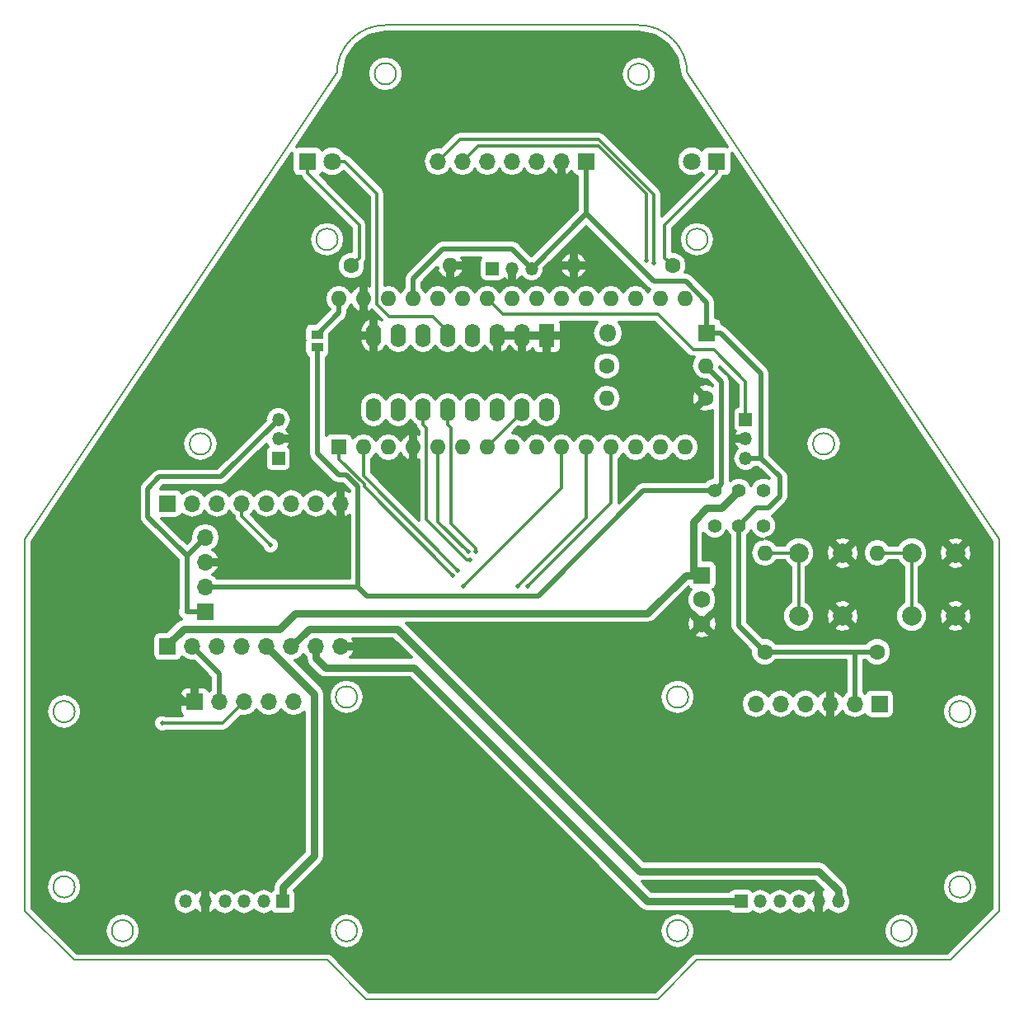
<source format=gtl>
G04 #@! TF.FileFunction,Copper,L1,Top,Signal*
%FSLAX46Y46*%
G04 Gerber Fmt 4.6, Leading zero omitted, Abs format (unit mm)*
G04 Created by KiCad (PCBNEW 4.0.6) date 07/01/17 21:29:28*
%MOMM*%
%LPD*%
G01*
G04 APERTURE LIST*
%ADD10C,0.100000*%
%ADD11C,0.150000*%
%ADD12R,1.600000X1.600000*%
%ADD13O,1.600000X1.600000*%
%ADD14R,1.800000X1.800000*%
%ADD15C,1.800000*%
%ADD16O,1.800000X1.800000*%
%ADD17R,1.750000X1.750000*%
%ADD18C,1.750000*%
%ADD19R,1.270000X0.970000*%
%ADD20C,1.600000*%
%ADD21C,1.400000*%
%ADD22R,1.600000X2.400000*%
%ADD23O,1.600000X2.400000*%
%ADD24C,2.000000*%
%ADD25R,1.700000X1.700000*%
%ADD26O,1.700000X1.700000*%
%ADD27R,1.350000X1.350000*%
%ADD28O,1.350000X1.350000*%
%ADD29C,0.500000*%
%ADD30C,0.600000*%
%ADD31C,0.304800*%
%ADD32C,0.800000*%
%ADD33C,0.500000*%
G04 APERTURE END LIST*
D10*
D11*
X37000000Y100000000D02*
X63000000Y100000000D01*
X100000000Y47200000D02*
X68000000Y95000000D01*
X68000000Y95000000D02*
G75*
G03X63000000Y100000000I-5000000J0D01*
G01*
X32000000Y95000000D02*
X0Y47200000D01*
X37000000Y100000000D02*
G75*
G03X32000000Y95000000I0J-5000000D01*
G01*
X83100000Y57000000D02*
G75*
G03X83100000Y57000000I-1100000J0D01*
G01*
X19100000Y57000000D02*
G75*
G03X19100000Y57000000I-1100000J0D01*
G01*
X70100000Y78000000D02*
G75*
G03X70100000Y78000000I-1100000J0D01*
G01*
X32100000Y78000000D02*
G75*
G03X32100000Y78000000I-1100000J0D01*
G01*
X64100000Y94950000D02*
G75*
G03X64100000Y94950000I-1100000J0D01*
G01*
X38100000Y95000000D02*
G75*
G03X38100000Y95000000I-1100000J0D01*
G01*
X34100000Y31000000D02*
G75*
G03X34100000Y31000000I-1100000J0D01*
G01*
X68100000Y31000000D02*
G75*
G03X68100000Y31000000I-1100000J0D01*
G01*
X68100000Y7000000D02*
G75*
G03X68100000Y7000000I-1100000J0D01*
G01*
X34100000Y7000000D02*
G75*
G03X34100000Y7000000I-1100000J0D01*
G01*
X91100000Y7000000D02*
G75*
G03X91100000Y7000000I-1100000J0D01*
G01*
X11100000Y7000000D02*
G75*
G03X11100000Y7000000I-1100000J0D01*
G01*
X95000000Y4000000D02*
X100000000Y9000000D01*
X69000000Y4000000D02*
X95000000Y4000000D01*
X65000000Y0D02*
X69000000Y4000000D01*
X35000000Y0D02*
X65000000Y0D01*
X5000000Y4000000D02*
X0Y9000000D01*
X31000000Y4000000D02*
X5000000Y4000000D01*
X35000000Y0D02*
X31000000Y4000000D01*
X97100000Y29500000D02*
G75*
G03X97100000Y29500000I-1100000J0D01*
G01*
X97100000Y11500000D02*
G75*
G03X97100000Y11500000I-1100000J0D01*
G01*
X5100000Y11500000D02*
G75*
G03X5100000Y11500000I-1100000J0D01*
G01*
X5100000Y29500000D02*
G75*
G03X5100000Y29500000I-1100000J0D01*
G01*
X0Y47200000D02*
X0Y9000000D01*
X100000000Y9000000D02*
X100000000Y47200000D01*
D12*
X32220000Y56660000D03*
D13*
X65240000Y71900000D03*
X34760000Y56660000D03*
X62700000Y71900000D03*
X37300000Y56660000D03*
X60160000Y71900000D03*
X39840000Y56660000D03*
X57620000Y71900000D03*
X42380000Y56660000D03*
X55080000Y71900000D03*
X44920000Y56660000D03*
X52540000Y71900000D03*
X47460000Y56660000D03*
X50000000Y71900000D03*
X50000000Y56660000D03*
X47460000Y71900000D03*
X52540000Y56660000D03*
X44920000Y71900000D03*
X55080000Y56660000D03*
X42380000Y71900000D03*
X57620000Y56660000D03*
X39840000Y71900000D03*
X60160000Y56660000D03*
X37300000Y71900000D03*
X62700000Y56660000D03*
X34760000Y71900000D03*
X65240000Y56660000D03*
X32220000Y71900000D03*
X67780000Y56660000D03*
X67780000Y71900000D03*
D14*
X29000000Y86000000D03*
D15*
X31540000Y86000000D03*
D14*
X71000000Y86000000D03*
D15*
X68460000Y86000000D03*
D14*
X70000000Y68400000D03*
D16*
X59840000Y68400000D03*
D17*
X69500000Y43500000D03*
D18*
X69500000Y41000000D03*
X69500000Y38500000D03*
D19*
X30000000Y68240000D03*
X30000000Y66960000D03*
D20*
X33500000Y75300000D03*
D13*
X43660000Y75300000D03*
D20*
X66500000Y75300000D03*
D13*
X56340000Y75300000D03*
D20*
X75950000Y35640000D03*
D13*
X75950000Y45800000D03*
D20*
X87500000Y35640000D03*
D13*
X87500000Y45800000D03*
D20*
X59740000Y65000000D03*
D13*
X69900000Y65000000D03*
D20*
X69900000Y61700000D03*
D13*
X59740000Y61700000D03*
D21*
X75800000Y48600000D03*
X75800000Y52200000D03*
X73300000Y48600000D03*
X70800000Y48600000D03*
X70800000Y52200000D03*
X73300000Y52200000D03*
D22*
X53580000Y68120000D03*
D23*
X35800000Y60500000D03*
X51040000Y68120000D03*
X38340000Y60500000D03*
X48500000Y68120000D03*
X40880000Y60500000D03*
X45960000Y68120000D03*
X43420000Y60500000D03*
X43420000Y68120000D03*
X45960000Y60500000D03*
X40880000Y68120000D03*
X48500000Y60500000D03*
X38340000Y68120000D03*
X51040000Y60500000D03*
X35800000Y68120000D03*
X53580000Y60500000D03*
D24*
X83950000Y39300000D03*
X79450000Y39300000D03*
X83950000Y45800000D03*
X79450000Y45800000D03*
X95550000Y39300000D03*
X91050000Y39300000D03*
X95550000Y45800000D03*
X91050000Y45800000D03*
D25*
X14635931Y36180839D03*
D26*
X17175931Y36180839D03*
X19715931Y36180839D03*
X22255931Y36180839D03*
X24795931Y36180839D03*
X27335931Y36180839D03*
X29875931Y36180839D03*
X32415931Y36180839D03*
D25*
X14635931Y50880839D03*
D26*
X17175931Y50880839D03*
X19715931Y50880839D03*
X22255931Y50880839D03*
X24795931Y50880839D03*
X27335931Y50880839D03*
X29875931Y50880839D03*
X32415931Y50880839D03*
D25*
X18500000Y39760000D03*
D26*
X18500000Y42300000D03*
X18500000Y44840000D03*
X18500000Y47380000D03*
D25*
X87740000Y30300000D03*
D26*
X85200000Y30300000D03*
X82660000Y30300000D03*
X80120000Y30300000D03*
X77580000Y30300000D03*
X75040000Y30300000D03*
D25*
X17420000Y30500000D03*
D26*
X19960000Y30500000D03*
X22500000Y30500000D03*
X25040000Y30500000D03*
X27580000Y30500000D03*
D27*
X26500000Y10000000D03*
D28*
X24500000Y10000000D03*
X22500000Y10000000D03*
X20500000Y10000000D03*
X18500000Y10000000D03*
X16500000Y10000000D03*
D27*
X73500000Y10000000D03*
D28*
X75500000Y10000000D03*
X77500000Y10000000D03*
X79500000Y10000000D03*
X81500000Y10000000D03*
X83500000Y10000000D03*
D27*
X26000000Y55500000D03*
D28*
X26000000Y57500000D03*
X26000000Y59500000D03*
D27*
X48000000Y75000000D03*
D28*
X50000000Y75000000D03*
X52000000Y75000000D03*
D27*
X74000000Y59500000D03*
D28*
X74000000Y57500000D03*
X74000000Y55500000D03*
D25*
X57620000Y86000000D03*
D26*
X55080000Y86000000D03*
X52540000Y86000000D03*
X50000000Y86000000D03*
X47460000Y86000000D03*
X44920000Y86000000D03*
X42380000Y86000000D03*
D29*
X43924764Y43472826D03*
X44448643Y43996706D03*
D30*
X76300000Y39700000D03*
X60900000Y74800000D03*
X39800000Y51000000D03*
X24000000Y44400000D03*
X32400000Y44400000D03*
X74100000Y11800000D03*
X87700000Y11200000D03*
X93400000Y50500000D03*
X88800000Y56800000D03*
X82100000Y62600000D03*
X77900000Y69200000D03*
X74700000Y78100000D03*
X67300000Y82900000D03*
X63600000Y87700000D03*
X48500000Y80200000D03*
X41400000Y80200000D03*
X38000000Y85700000D03*
X39900000Y90900000D03*
X46500000Y91500000D03*
X55100000Y91500000D03*
X27500000Y73700000D03*
X22300000Y68400000D03*
X15700000Y62300000D03*
X8100000Y50000000D03*
X7200000Y41300000D03*
X10800000Y11600000D03*
X16400000Y6800000D03*
X9100000Y32600000D03*
X14200000Y32600000D03*
X41600000Y9100000D03*
X57700000Y9100000D03*
X48800000Y18000000D03*
X41700000Y25100000D03*
X51800000Y35100000D03*
X60000000Y26900000D03*
X65400000Y21500000D03*
X77000000Y21400000D03*
D29*
X14100000Y28300000D03*
X63800000Y75800000D03*
D30*
X16600000Y39800000D03*
D29*
X64600000Y75600000D03*
X45500000Y45900000D03*
X45000000Y42400000D03*
X25200000Y46600000D03*
X46300000Y45900000D03*
X45700000Y45100000D03*
X51600000Y42400000D03*
X50600000Y42400000D03*
D31*
X43674765Y43722825D02*
X43924764Y43472826D01*
X34802409Y52595181D02*
X43674765Y43722825D01*
X32220000Y55431936D02*
X34802409Y52849527D01*
X32220000Y56660000D02*
X32220000Y55431936D01*
X34802409Y52849527D02*
X34802409Y52595181D01*
X44198644Y44246705D02*
X44448643Y43996706D01*
X34760000Y53685349D02*
X44198644Y44246705D01*
X34760000Y56660000D02*
X34760000Y53685349D01*
D32*
X56340000Y75300000D02*
X60400000Y75300000D01*
X60400000Y75300000D02*
X60900000Y74800000D01*
X39840000Y56660000D02*
X39840000Y51040000D01*
X39840000Y51040000D02*
X39800000Y51000000D01*
X32415931Y50880839D02*
X32415931Y44415931D01*
X32415931Y44415931D02*
X32400000Y44400000D01*
X77000000Y21400000D02*
X77500000Y21400000D01*
X77500000Y21400000D02*
X87700000Y11200000D01*
X82100000Y62600000D02*
X87900000Y56800000D01*
X87900000Y56800000D02*
X88800000Y56800000D01*
X74700000Y78100000D02*
X77900000Y74900000D01*
X77900000Y74900000D02*
X77900000Y69200000D01*
X63600000Y87700000D02*
X63600000Y86600000D01*
X63600000Y86600000D02*
X67300000Y82900000D01*
X41400000Y80200000D02*
X48500000Y80200000D01*
X39900000Y90900000D02*
X39900000Y87600000D01*
X39900000Y87600000D02*
X38000000Y85700000D01*
X55100000Y91500000D02*
X46500000Y91500000D01*
X15700000Y62300000D02*
X21800000Y68400000D01*
X21800000Y68400000D02*
X22300000Y68400000D01*
X7200000Y41300000D02*
X8100000Y42200000D01*
X8100000Y42200000D02*
X8100000Y50000000D01*
X16400000Y6800000D02*
X15600000Y6800000D01*
X15600000Y6800000D02*
X10800000Y11600000D01*
X14200000Y32600000D02*
X9100000Y32600000D01*
X17420000Y30500000D02*
X16300000Y30500000D01*
X16300000Y30500000D02*
X14200000Y32600000D01*
X57700000Y9100000D02*
X41600000Y9100000D01*
X41700000Y25100000D02*
X48800000Y18000000D01*
X65400000Y21500000D02*
X60000000Y26900000D01*
X82660000Y30300000D02*
X82660000Y27060000D01*
X82660000Y27060000D02*
X77000000Y21400000D01*
D31*
X14100000Y28300000D02*
X20300000Y28300000D01*
X20300000Y28300000D02*
X22500000Y30500000D01*
X47460000Y56660000D02*
X51040000Y60240000D01*
X51040000Y60240000D02*
X51040000Y60500000D01*
X70700000Y66700000D02*
X74000000Y63400000D01*
X74000000Y63400000D02*
X74000000Y59500000D01*
X68600000Y66700000D02*
X70700000Y66700000D01*
X65000000Y70300000D02*
X68600000Y66700000D01*
X49060000Y70300000D02*
X65000000Y70300000D01*
X47460000Y71900000D02*
X49060000Y70300000D01*
X58900000Y87600000D02*
X63800000Y82700000D01*
X63800000Y82700000D02*
X63800000Y75800000D01*
X46520000Y87600000D02*
X58900000Y87600000D01*
X44920000Y86000000D02*
X46520000Y87600000D01*
D33*
X75600000Y57100000D02*
X75600000Y55500000D01*
X77500000Y53600000D02*
X75600000Y55500000D01*
X75600000Y55500000D02*
X74000000Y55500000D01*
X77500000Y51600000D02*
X77500000Y53600000D01*
X76300000Y50400000D02*
X77500000Y51600000D01*
X75100000Y50400000D02*
X76300000Y50400000D01*
X73300000Y48600000D02*
X75100000Y50400000D01*
X19960000Y30500000D02*
X19960000Y33396770D01*
X19960000Y33396770D02*
X17175931Y36180839D01*
X42900000Y77000000D02*
X39840000Y73940000D01*
X39840000Y73940000D02*
X39840000Y71900000D01*
X50000000Y77000000D02*
X42900000Y77000000D01*
X52000000Y75000000D02*
X50000000Y77000000D01*
X12600000Y52400000D02*
X12600000Y49480000D01*
X12600000Y49480000D02*
X16600000Y45480000D01*
X13800000Y53600000D02*
X12600000Y52400000D01*
X20100000Y53600000D02*
X13800000Y53600000D01*
X26000000Y59500000D02*
X20100000Y53600000D01*
X67830002Y73700000D02*
X64540000Y73700000D01*
X64540000Y73700000D02*
X57620000Y80620000D01*
X70000000Y68400000D02*
X70000000Y71530002D01*
X70000000Y71530002D02*
X67830002Y73700000D01*
X57620000Y86000000D02*
X57620000Y80620000D01*
X57620000Y80620000D02*
X52000000Y75000000D01*
X75950000Y35640000D02*
X73300000Y38290000D01*
X73300000Y38290000D02*
X73300000Y48600000D01*
X75600000Y64200000D02*
X75600000Y57100000D01*
X70000000Y68400000D02*
X71400000Y68400000D01*
X71400000Y68400000D02*
X75600000Y64200000D01*
X77081370Y35640000D02*
X85200000Y35640000D01*
X85200000Y35640000D02*
X87500000Y35640000D01*
X85200000Y30300000D02*
X85200000Y35640000D01*
X75950000Y35640000D02*
X77081370Y35640000D01*
X16600000Y39800000D02*
X16600000Y45480000D01*
X18500000Y39760000D02*
X16640000Y39760000D01*
X16640000Y39760000D02*
X16600000Y39800000D01*
X16600000Y45480000D02*
X18500000Y47380000D01*
D31*
X64600000Y75953553D02*
X64600000Y75600000D01*
X64600000Y82613910D02*
X64600000Y75953553D01*
X58909100Y88304810D02*
X64600000Y82613910D01*
X44684810Y88304810D02*
X58909100Y88304810D01*
X42380000Y86000000D02*
X44684810Y88304810D01*
D33*
X32220000Y71900000D02*
X32220000Y70460000D01*
X32220000Y70460000D02*
X30000000Y68240000D01*
D31*
X42380000Y56660000D02*
X42380000Y49020000D01*
X42380000Y49020000D02*
X45500000Y45900000D01*
X55080000Y52480000D02*
X55080000Y56660000D01*
X45000000Y42400000D02*
X55080000Y52480000D01*
X33500000Y75300000D02*
X34299999Y76099999D01*
X34299999Y76099999D02*
X34299999Y79495201D01*
X34299999Y79495201D02*
X29000000Y84795200D01*
X29000000Y84795200D02*
X29000000Y86000000D01*
X37394446Y70100000D02*
X41840000Y70100000D01*
X41840000Y70100000D02*
X43420000Y68520000D01*
X43420000Y68520000D02*
X43420000Y68120000D01*
X36147599Y82665193D02*
X36147599Y71346847D01*
X36147599Y71346847D02*
X37394446Y70100000D01*
X31540000Y86000000D02*
X32812792Y86000000D01*
X32812792Y86000000D02*
X36147599Y82665193D01*
X65700001Y79495201D02*
X71000000Y84795200D01*
X66500000Y75300000D02*
X65700001Y76099999D01*
X65700001Y76099999D02*
X65700001Y79495201D01*
X71000000Y86000000D02*
X71000000Y84795200D01*
X45960000Y68120000D02*
X45960000Y67720000D01*
D32*
X67825000Y43500000D02*
X68600000Y43500000D01*
X68600000Y43500000D02*
X69500000Y43500000D01*
X68600000Y44400000D02*
X68600000Y43500000D01*
X27700000Y39600000D02*
X63925000Y39600000D01*
X63925000Y39600000D02*
X67825000Y43500000D01*
X26100000Y38000000D02*
X27700000Y39600000D01*
X16300000Y38000000D02*
X26100000Y38000000D01*
X14635931Y36335931D02*
X16300000Y38000000D01*
X14635931Y36180839D02*
X14635931Y36335931D01*
X68600000Y49000000D02*
X70000000Y50400000D01*
X68600000Y44400000D02*
X68600000Y49000000D01*
X70000000Y50400000D02*
X71500000Y50400000D01*
X71500000Y50400000D02*
X73300000Y52200000D01*
X24795931Y36180839D02*
X29700000Y31276770D01*
X29700000Y31276770D02*
X29700000Y14675000D01*
X29700000Y14675000D02*
X26500000Y11475000D01*
X26500000Y11475000D02*
X26500000Y10000000D01*
X83500000Y10000000D02*
X83500000Y11100000D01*
X83500000Y11100000D02*
X81500000Y13100000D01*
X81500000Y13100000D02*
X63100000Y13100000D01*
X63100000Y13100000D02*
X38200000Y38000000D01*
X38200000Y38000000D02*
X29155092Y38000000D01*
X29155092Y38000000D02*
X27335931Y36180839D01*
X39900000Y34000000D02*
X63900000Y10000000D01*
X63900000Y10000000D02*
X73500000Y10000000D01*
X30854689Y34000000D02*
X39900000Y34000000D01*
X29875931Y36180839D02*
X29875931Y34978758D01*
X29875931Y34978758D02*
X30854689Y34000000D01*
D31*
X25200000Y46600000D02*
X22255931Y49544069D01*
X22255931Y49544069D02*
X22255931Y50880839D01*
D33*
X35100000Y41400000D02*
X34200000Y42300000D01*
X52700000Y41400000D02*
X35100000Y41400000D01*
X70800000Y52200000D02*
X63500000Y52200000D01*
X63500000Y52200000D02*
X52700000Y41400000D01*
X30000000Y66960000D02*
X30000000Y56000000D01*
X30000000Y56000000D02*
X32200000Y53800000D01*
X34200000Y51800000D02*
X34200000Y42300000D01*
X32200000Y53800000D02*
X33000000Y53800000D01*
X33000000Y53800000D02*
X34200000Y52600000D01*
X34200000Y52600000D02*
X34200000Y51800000D01*
X34200000Y42300000D02*
X19702081Y42300000D01*
X70800000Y52200000D02*
X71499999Y52899999D01*
X71499999Y52899999D02*
X71499999Y63400001D01*
X71499999Y63400001D02*
X69900000Y65000000D01*
X19702081Y42300000D02*
X18500000Y42300000D01*
D31*
X79450000Y45800000D02*
X79450000Y44385787D01*
X79450000Y44385787D02*
X79450000Y39300000D01*
X46300000Y46253553D02*
X46300000Y45900000D01*
X43767599Y48785954D02*
X46300000Y46253553D01*
X43767599Y58647601D02*
X43767599Y48785954D01*
X43420000Y58995200D02*
X43767599Y58647601D01*
X43420000Y60500000D02*
X43420000Y58995200D01*
X75950000Y45800000D02*
X79450000Y45800000D01*
X91050000Y45800000D02*
X91050000Y39300000D01*
X40880000Y60500000D02*
X40880000Y58995200D01*
X45346447Y45100000D02*
X45700000Y45100000D01*
X41227599Y49218848D02*
X45346447Y45100000D01*
X41227599Y58647601D02*
X41227599Y49218848D01*
X40880000Y58995200D02*
X41227599Y58647601D01*
X87500000Y45800000D02*
X91050000Y45800000D01*
X60160000Y50960000D02*
X51600000Y42400000D01*
X60160000Y56660000D02*
X60160000Y50960000D01*
X57620000Y56660000D02*
X57620000Y49420000D01*
X57620000Y49420000D02*
X50600000Y42400000D01*
G36*
X99264600Y46976564D02*
X99264600Y9304612D01*
X94695388Y4735400D01*
X69000000Y4735400D01*
X68765266Y4688708D01*
X68718574Y4679421D01*
X68479993Y4520006D01*
X64695388Y735400D01*
X35304613Y735400D01*
X31520006Y4520006D01*
X31281426Y4679421D01*
X31000000Y4735400D01*
X5304612Y4735400D01*
X3040012Y7000000D01*
X8164600Y7000000D01*
X8304312Y6297623D01*
X8702176Y5702176D01*
X9297623Y5304312D01*
X10000000Y5164600D01*
X10702377Y5304312D01*
X11297824Y5702176D01*
X11695688Y6297623D01*
X11835400Y7000000D01*
X31164600Y7000000D01*
X31304312Y6297623D01*
X31702176Y5702176D01*
X32297623Y5304312D01*
X33000000Y5164600D01*
X33702377Y5304312D01*
X34297824Y5702176D01*
X34695688Y6297623D01*
X34835400Y7000000D01*
X65164600Y7000000D01*
X65304312Y6297623D01*
X65702176Y5702176D01*
X66297623Y5304312D01*
X67000000Y5164600D01*
X67702377Y5304312D01*
X68297824Y5702176D01*
X68695688Y6297623D01*
X68835400Y7000000D01*
X88164600Y7000000D01*
X88304312Y6297623D01*
X88702176Y5702176D01*
X89297623Y5304312D01*
X90000000Y5164600D01*
X90702377Y5304312D01*
X91297824Y5702176D01*
X91695688Y6297623D01*
X91835400Y7000000D01*
X91695688Y7702377D01*
X91297824Y8297824D01*
X90702377Y8695688D01*
X90000000Y8835400D01*
X89297623Y8695688D01*
X88702176Y8297824D01*
X88304312Y7702377D01*
X88164600Y7000000D01*
X68835400Y7000000D01*
X68695688Y7702377D01*
X68297824Y8297824D01*
X67702377Y8695688D01*
X67000000Y8835400D01*
X66297623Y8695688D01*
X65702176Y8297824D01*
X65304312Y7702377D01*
X65164600Y7000000D01*
X34835400Y7000000D01*
X34695688Y7702377D01*
X34297824Y8297824D01*
X33702377Y8695688D01*
X33000000Y8835400D01*
X32297623Y8695688D01*
X31702176Y8297824D01*
X31304312Y7702377D01*
X31164600Y7000000D01*
X11835400Y7000000D01*
X11695688Y7702377D01*
X11297824Y8297824D01*
X10702377Y8695688D01*
X10000000Y8835400D01*
X9297623Y8695688D01*
X8702176Y8297824D01*
X8304312Y7702377D01*
X8164600Y7000000D01*
X3040012Y7000000D01*
X735400Y9304612D01*
X735400Y11500000D01*
X2164600Y11500000D01*
X2304312Y10797623D01*
X2702176Y10202176D01*
X3297623Y9804312D01*
X4000000Y9664600D01*
X4702377Y9804312D01*
X5034399Y10026162D01*
X15164600Y10026162D01*
X15164600Y9973838D01*
X15266251Y9462803D01*
X15555730Y9029568D01*
X15988965Y8740089D01*
X16500000Y8638438D01*
X17011035Y8740089D01*
X17444270Y9029568D01*
X17502446Y9116634D01*
X17510480Y9103229D01*
X17928982Y8792819D01*
X18050168Y8742644D01*
X18252400Y8856192D01*
X18252400Y9752400D01*
X18232400Y9752400D01*
X18232400Y10247600D01*
X18252400Y10247600D01*
X18252400Y11143808D01*
X18050168Y11257356D01*
X17928982Y11207181D01*
X17510480Y10896771D01*
X17502446Y10883366D01*
X17444270Y10970432D01*
X17011035Y11259911D01*
X16500000Y11361562D01*
X15988965Y11259911D01*
X15555730Y10970432D01*
X15266251Y10537197D01*
X15164600Y10026162D01*
X5034399Y10026162D01*
X5297824Y10202176D01*
X5695688Y10797623D01*
X5835400Y11500000D01*
X5695688Y12202377D01*
X5297824Y12797824D01*
X4702377Y13195688D01*
X4000000Y13335400D01*
X3297623Y13195688D01*
X2702176Y12797824D01*
X2304312Y12202377D01*
X2164600Y11500000D01*
X735400Y11500000D01*
X735400Y29500000D01*
X2164600Y29500000D01*
X2304312Y28797623D01*
X2702176Y28202176D01*
X3297623Y27804312D01*
X4000000Y27664600D01*
X4702377Y27804312D01*
X5297824Y28202176D01*
X5695688Y28797623D01*
X5835400Y29500000D01*
X5695688Y30202377D01*
X5297824Y30797824D01*
X4702377Y31195688D01*
X4000000Y31335400D01*
X3297623Y31195688D01*
X2702176Y30797824D01*
X2304312Y30202377D01*
X2164600Y29500000D01*
X735400Y29500000D01*
X735400Y31481362D01*
X15909600Y31481362D01*
X15909600Y30912700D01*
X16074700Y30747600D01*
X17172400Y30747600D01*
X17172400Y31845300D01*
X17007300Y32010400D01*
X16438639Y32010400D01*
X16195914Y31909860D01*
X16010140Y31724087D01*
X15909600Y31481362D01*
X735400Y31481362D01*
X735400Y46976564D01*
X7445649Y57000000D01*
X16164600Y57000000D01*
X16304312Y56297623D01*
X16702176Y55702176D01*
X17297623Y55304312D01*
X18000000Y55164600D01*
X18702377Y55304312D01*
X19297824Y55702176D01*
X19695688Y56297623D01*
X19835400Y57000000D01*
X19695688Y57702377D01*
X19297824Y58297824D01*
X18702377Y58695688D01*
X18000000Y58835400D01*
X17297623Y58695688D01*
X16702176Y58297824D01*
X16304312Y57702377D01*
X16164600Y57000000D01*
X7445649Y57000000D01*
X21504226Y78000000D01*
X29164600Y78000000D01*
X29304312Y77297623D01*
X29702176Y76702176D01*
X30297623Y76304312D01*
X31000000Y76164600D01*
X31702377Y76304312D01*
X32297824Y76702176D01*
X32695688Y77297623D01*
X32835400Y78000000D01*
X32695688Y78702377D01*
X32297824Y79297824D01*
X31702377Y79695688D01*
X31000000Y79835400D01*
X30297623Y79695688D01*
X29702176Y79297824D01*
X29304312Y78702377D01*
X29164600Y78000000D01*
X21504226Y78000000D01*
X27426662Y86846637D01*
X27426662Y85100000D01*
X27472711Y84855270D01*
X27617346Y84630501D01*
X27838034Y84479712D01*
X28100000Y84426662D01*
X28287487Y84426662D01*
X28425264Y84220464D01*
X33487199Y79158528D01*
X33487199Y76760412D01*
X33210783Y76760653D01*
X32673831Y76538789D01*
X32262655Y76128330D01*
X32039854Y75591766D01*
X32039347Y75010783D01*
X32261211Y74473831D01*
X32671670Y74062655D01*
X33208234Y73839854D01*
X33789217Y73839347D01*
X34326169Y74061211D01*
X34737345Y74471670D01*
X34960146Y75008234D01*
X34960653Y75589217D01*
X34944152Y75629152D01*
X35050928Y75788954D01*
X35076941Y75919730D01*
X35112799Y76099999D01*
X35112799Y79495201D01*
X35050928Y79806246D01*
X34937335Y79976250D01*
X34874735Y80069938D01*
X30343838Y84600834D01*
X30369499Y84617346D01*
X30510063Y84823069D01*
X30654950Y84677929D01*
X31228256Y84439871D01*
X31849021Y84439330D01*
X32422741Y84676386D01*
X32705084Y84958236D01*
X35334799Y82328520D01*
X35334799Y73239284D01*
X35229701Y73282805D01*
X35007600Y73171415D01*
X35007600Y72147600D01*
X35027600Y72147600D01*
X35027600Y71652400D01*
X35007600Y71652400D01*
X35007600Y70628585D01*
X35229701Y70517195D01*
X35405673Y70590065D01*
X35603314Y70741660D01*
X36644542Y69700432D01*
X36269701Y69902805D01*
X36047600Y69791415D01*
X36047600Y68367600D01*
X36067600Y68367600D01*
X36067600Y67872400D01*
X36047600Y67872400D01*
X36047600Y66448585D01*
X36269701Y66337195D01*
X36789249Y66617694D01*
X37074846Y66998848D01*
X37307341Y66650894D01*
X37781129Y66334319D01*
X38340000Y66223153D01*
X38898871Y66334319D01*
X39372659Y66650894D01*
X39610000Y67006100D01*
X39847341Y66650894D01*
X40321129Y66334319D01*
X40880000Y66223153D01*
X41438871Y66334319D01*
X41912659Y66650894D01*
X42150000Y67006100D01*
X42387341Y66650894D01*
X42861129Y66334319D01*
X43420000Y66223153D01*
X43978871Y66334319D01*
X44452659Y66650894D01*
X44690000Y67006100D01*
X44927341Y66650894D01*
X45401129Y66334319D01*
X45960000Y66223153D01*
X46518871Y66334319D01*
X46992659Y66650894D01*
X47225154Y66998848D01*
X47510751Y66617694D01*
X48030299Y66337195D01*
X48252400Y66448585D01*
X48252400Y67872400D01*
X48747600Y67872400D01*
X48747600Y66448585D01*
X48969701Y66337195D01*
X49489249Y66617694D01*
X49770000Y66992381D01*
X50050751Y66617694D01*
X50570299Y66337195D01*
X50792400Y66448585D01*
X50792400Y67872400D01*
X51287600Y67872400D01*
X51287600Y66448585D01*
X51509701Y66337195D01*
X52029249Y66617694D01*
X52133034Y66756205D01*
X52220140Y66545913D01*
X52405914Y66360140D01*
X52648639Y66259600D01*
X53167300Y66259600D01*
X53332400Y66424700D01*
X53332400Y67872400D01*
X53827600Y67872400D01*
X53827600Y66424700D01*
X53992700Y66259600D01*
X54511361Y66259600D01*
X54754086Y66360140D01*
X54939860Y66545913D01*
X55040400Y66788638D01*
X55040400Y67707300D01*
X54875300Y67872400D01*
X53827600Y67872400D01*
X53332400Y67872400D01*
X51287600Y67872400D01*
X50792400Y67872400D01*
X48747600Y67872400D01*
X48252400Y67872400D01*
X48232400Y67872400D01*
X48232400Y68367600D01*
X48252400Y68367600D01*
X48252400Y68387600D01*
X48747600Y68387600D01*
X48747600Y68367600D01*
X50792400Y68367600D01*
X50792400Y68387600D01*
X51287600Y68387600D01*
X51287600Y68367600D01*
X53332400Y68367600D01*
X53332400Y68387600D01*
X53827600Y68387600D01*
X53827600Y68367600D01*
X54875300Y68367600D01*
X55040400Y68532700D01*
X55040400Y69451362D01*
X55025555Y69487200D01*
X58695257Y69487200D01*
X58367808Y68997139D01*
X58249030Y68400000D01*
X58367808Y67802861D01*
X58706061Y67296631D01*
X59212291Y66958378D01*
X59809430Y66839600D01*
X59870570Y66839600D01*
X60467709Y66958378D01*
X60973939Y67296631D01*
X61312192Y67802861D01*
X61430970Y68400000D01*
X61312192Y68997139D01*
X60984743Y69487200D01*
X64663328Y69487200D01*
X68025264Y66125263D01*
X68224189Y65992346D01*
X68288955Y65949071D01*
X68600000Y65887200D01*
X68741537Y65887200D01*
X68522155Y65558871D01*
X68410989Y65000000D01*
X68522155Y64441129D01*
X68838730Y63967341D01*
X69312518Y63650766D01*
X69871389Y63539600D01*
X69928611Y63539600D01*
X70048961Y63563539D01*
X70589599Y63022901D01*
X70589599Y62954999D01*
X70562722Y63033400D01*
X70002005Y63185513D01*
X69425759Y63111471D01*
X69237278Y63033400D01*
X69155451Y62794709D01*
X69900000Y62050159D01*
X69914142Y62064302D01*
X70264302Y61714142D01*
X70250159Y61700000D01*
X70264302Y61685857D01*
X69914142Y61335698D01*
X69900000Y61349841D01*
X69155451Y60605291D01*
X69237278Y60366600D01*
X69797995Y60214487D01*
X70374241Y60288529D01*
X70562722Y60366600D01*
X70589599Y60445001D01*
X70589599Y53560585D01*
X70530587Y53560636D01*
X70030402Y53353964D01*
X69786412Y53110400D01*
X63500000Y53110400D01*
X63151605Y53041100D01*
X62856250Y52843750D01*
X60972800Y50960300D01*
X60972800Y55451825D01*
X61192659Y55598730D01*
X61430000Y55953936D01*
X61667341Y55598730D01*
X62141129Y55282155D01*
X62700000Y55170989D01*
X63258871Y55282155D01*
X63732659Y55598730D01*
X63970000Y55953936D01*
X64207341Y55598730D01*
X64681129Y55282155D01*
X65240000Y55170989D01*
X65798871Y55282155D01*
X66272659Y55598730D01*
X66510000Y55953936D01*
X66747341Y55598730D01*
X67221129Y55282155D01*
X67780000Y55170989D01*
X68338871Y55282155D01*
X68812659Y55598730D01*
X69129234Y56072518D01*
X69240400Y56631389D01*
X69240400Y56688611D01*
X69129234Y57247482D01*
X68812659Y57721270D01*
X68338871Y58037845D01*
X67780000Y58149011D01*
X67221129Y58037845D01*
X66747341Y57721270D01*
X66510000Y57366064D01*
X66272659Y57721270D01*
X65798871Y58037845D01*
X65240000Y58149011D01*
X64681129Y58037845D01*
X64207341Y57721270D01*
X63970000Y57366064D01*
X63732659Y57721270D01*
X63258871Y58037845D01*
X62700000Y58149011D01*
X62141129Y58037845D01*
X61667341Y57721270D01*
X61430000Y57366064D01*
X61192659Y57721270D01*
X60718871Y58037845D01*
X60160000Y58149011D01*
X59601129Y58037845D01*
X59127341Y57721270D01*
X58890000Y57366064D01*
X58652659Y57721270D01*
X58178871Y58037845D01*
X57620000Y58149011D01*
X57061129Y58037845D01*
X56587341Y57721270D01*
X56350000Y57366064D01*
X56112659Y57721270D01*
X55638871Y58037845D01*
X55080000Y58149011D01*
X54521129Y58037845D01*
X54047341Y57721270D01*
X53810000Y57366064D01*
X53572659Y57721270D01*
X53098871Y58037845D01*
X52540000Y58149011D01*
X51981129Y58037845D01*
X51507341Y57721270D01*
X51270000Y57366064D01*
X51032659Y57721270D01*
X50558871Y58037845D01*
X50082144Y58132672D01*
X50633486Y58684013D01*
X51040000Y58603153D01*
X51598871Y58714319D01*
X52072659Y59030894D01*
X52310000Y59386100D01*
X52547341Y59030894D01*
X53021129Y58714319D01*
X53580000Y58603153D01*
X54138871Y58714319D01*
X54612659Y59030894D01*
X54929234Y59504682D01*
X55040400Y60063553D01*
X55040400Y60936447D01*
X54929234Y61495318D01*
X54792470Y61700000D01*
X58250989Y61700000D01*
X58362155Y61141129D01*
X58678730Y60667341D01*
X59152518Y60350766D01*
X59711389Y60239600D01*
X59768611Y60239600D01*
X60327482Y60350766D01*
X60801270Y60667341D01*
X61117845Y61141129D01*
X61229011Y61700000D01*
X61208722Y61802005D01*
X68414487Y61802005D01*
X68488529Y61225759D01*
X68566600Y61037278D01*
X68805291Y60955451D01*
X69549841Y61700000D01*
X68805291Y62444549D01*
X68566600Y62362722D01*
X68414487Y61802005D01*
X61208722Y61802005D01*
X61117845Y62258871D01*
X60801270Y62732659D01*
X60327482Y63049234D01*
X59768611Y63160400D01*
X59711389Y63160400D01*
X59152518Y63049234D01*
X58678730Y62732659D01*
X58362155Y62258871D01*
X58250989Y61700000D01*
X54792470Y61700000D01*
X54612659Y61969106D01*
X54138871Y62285681D01*
X53580000Y62396847D01*
X53021129Y62285681D01*
X52547341Y61969106D01*
X52310000Y61613900D01*
X52072659Y61969106D01*
X51598871Y62285681D01*
X51040000Y62396847D01*
X50481129Y62285681D01*
X50007341Y61969106D01*
X49770000Y61613900D01*
X49532659Y61969106D01*
X49058871Y62285681D01*
X48500000Y62396847D01*
X47941129Y62285681D01*
X47467341Y61969106D01*
X47230000Y61613900D01*
X46992659Y61969106D01*
X46518871Y62285681D01*
X45960000Y62396847D01*
X45401129Y62285681D01*
X44927341Y61969106D01*
X44690000Y61613900D01*
X44452659Y61969106D01*
X43978871Y62285681D01*
X43420000Y62396847D01*
X42861129Y62285681D01*
X42387341Y61969106D01*
X42150000Y61613900D01*
X41912659Y61969106D01*
X41438871Y62285681D01*
X40880000Y62396847D01*
X40321129Y62285681D01*
X39847341Y61969106D01*
X39610000Y61613900D01*
X39372659Y61969106D01*
X38898871Y62285681D01*
X38340000Y62396847D01*
X37781129Y62285681D01*
X37307341Y61969106D01*
X37070000Y61613900D01*
X36832659Y61969106D01*
X36358871Y62285681D01*
X35800000Y62396847D01*
X35241129Y62285681D01*
X34767341Y61969106D01*
X34450766Y61495318D01*
X34339600Y60936447D01*
X34339600Y60063553D01*
X34450766Y59504682D01*
X34767341Y59030894D01*
X35241129Y58714319D01*
X35800000Y58603153D01*
X36358871Y58714319D01*
X36832659Y59030894D01*
X37070000Y59386100D01*
X37307341Y59030894D01*
X37781129Y58714319D01*
X38340000Y58603153D01*
X38898871Y58714319D01*
X39372659Y59030894D01*
X39610000Y59386100D01*
X39847341Y59030894D01*
X40092712Y58866942D01*
X40123071Y58714319D01*
X40129071Y58684155D01*
X40305264Y58420464D01*
X40414799Y58310929D01*
X40414799Y57999284D01*
X40309701Y58042805D01*
X40087600Y57931415D01*
X40087600Y56907600D01*
X40107600Y56907600D01*
X40107600Y56412400D01*
X40087600Y56412400D01*
X40087600Y55388585D01*
X40309701Y55277195D01*
X40414799Y55320716D01*
X40414799Y49218848D01*
X40424440Y49170382D01*
X35572800Y54022021D01*
X35572800Y55451825D01*
X35792659Y55598730D01*
X36030000Y55953936D01*
X36267341Y55598730D01*
X36741129Y55282155D01*
X37300000Y55170989D01*
X37858871Y55282155D01*
X38332659Y55598730D01*
X38582711Y55972960D01*
X38742185Y55696866D01*
X39194327Y55350065D01*
X39370299Y55277195D01*
X39592400Y55388585D01*
X39592400Y56412400D01*
X39572400Y56412400D01*
X39572400Y56907600D01*
X39592400Y56907600D01*
X39592400Y57931415D01*
X39370299Y58042805D01*
X39194327Y57969935D01*
X38742185Y57623134D01*
X38582711Y57347040D01*
X38332659Y57721270D01*
X37858871Y58037845D01*
X37300000Y58149011D01*
X36741129Y58037845D01*
X36267341Y57721270D01*
X36030000Y57366064D01*
X35792659Y57721270D01*
X35318871Y58037845D01*
X34760000Y58149011D01*
X34201129Y58037845D01*
X33727341Y57721270D01*
X33662450Y57624154D01*
X33647289Y57704730D01*
X33502654Y57929499D01*
X33281966Y58080288D01*
X33020000Y58133338D01*
X31420000Y58133338D01*
X31175270Y58087289D01*
X30950501Y57942654D01*
X30910400Y57883964D01*
X30910400Y64710783D01*
X58279347Y64710783D01*
X58501211Y64173831D01*
X58911670Y63762655D01*
X59448234Y63539854D01*
X60029217Y63539347D01*
X60566169Y63761211D01*
X60977345Y64171670D01*
X61200146Y64708234D01*
X61200653Y65289217D01*
X60978789Y65826169D01*
X60568330Y66237345D01*
X60031766Y66460146D01*
X59450783Y66460653D01*
X58913831Y66238789D01*
X58502655Y65828330D01*
X58279854Y65291766D01*
X58279347Y64710783D01*
X30910400Y64710783D01*
X30910400Y65867447D01*
X31104499Y65992346D01*
X31255288Y66213034D01*
X31308338Y66475000D01*
X31308338Y67445000D01*
X31278102Y67605691D01*
X31285061Y67640056D01*
X34321047Y67640056D01*
X34464219Y67080171D01*
X34810751Y66617694D01*
X35330299Y66337195D01*
X35552400Y66448585D01*
X35552400Y67872400D01*
X34491849Y67872400D01*
X34321047Y67640056D01*
X31285061Y67640056D01*
X31308338Y67755000D01*
X31308338Y68260838D01*
X31647444Y68599944D01*
X34321047Y68599944D01*
X34491849Y68367600D01*
X35552400Y68367600D01*
X35552400Y69791415D01*
X35330299Y69902805D01*
X34810751Y69622306D01*
X34464219Y69159829D01*
X34321047Y68599944D01*
X31647444Y68599944D01*
X32863750Y69816250D01*
X33061100Y70111605D01*
X33130400Y70460000D01*
X33130400Y70757039D01*
X33252659Y70838730D01*
X33502711Y71212960D01*
X33662185Y70936866D01*
X34114327Y70590065D01*
X34290299Y70517195D01*
X34512400Y70628585D01*
X34512400Y71652400D01*
X34492400Y71652400D01*
X34492400Y72147600D01*
X34512400Y72147600D01*
X34512400Y73171415D01*
X34290299Y73282805D01*
X34114327Y73209935D01*
X33662185Y72863134D01*
X33502711Y72587040D01*
X33252659Y72961270D01*
X32778871Y73277845D01*
X32220000Y73389011D01*
X31661129Y73277845D01*
X31187341Y72961270D01*
X30870766Y72487482D01*
X30759600Y71928611D01*
X30759600Y71871389D01*
X30870766Y71312518D01*
X31187341Y70838730D01*
X31261607Y70789107D01*
X29870838Y69398338D01*
X29365000Y69398338D01*
X29120270Y69352289D01*
X28895501Y69207654D01*
X28744712Y68986966D01*
X28691662Y68725000D01*
X28691662Y67755000D01*
X28721898Y67594309D01*
X28691662Y67445000D01*
X28691662Y66475000D01*
X28737711Y66230270D01*
X28882346Y66005501D01*
X29089600Y65863891D01*
X29089600Y56000000D01*
X29158900Y55651605D01*
X29356250Y55356250D01*
X31556250Y53156250D01*
X31851605Y52958900D01*
X32200000Y52889600D01*
X32622900Y52889600D01*
X33289600Y52222900D01*
X33289600Y52077985D01*
X33091411Y52231800D01*
X32893565Y52313729D01*
X32663531Y52203158D01*
X32663531Y51128439D01*
X32683531Y51128439D01*
X32683531Y50633239D01*
X32663531Y50633239D01*
X32663531Y49558520D01*
X32893565Y49447949D01*
X33091411Y49529878D01*
X33289600Y49683693D01*
X33289600Y43210400D01*
X19702918Y43210400D01*
X19597604Y43368014D01*
X19280630Y43579809D01*
X19489630Y43698948D01*
X19850961Y44164520D01*
X19932890Y44362366D01*
X19822319Y44592400D01*
X18747600Y44592400D01*
X18747600Y44572400D01*
X18252400Y44572400D01*
X18252400Y44592400D01*
X18232400Y44592400D01*
X18232400Y45087600D01*
X18252400Y45087600D01*
X18252400Y45107600D01*
X18747600Y45107600D01*
X18747600Y45087600D01*
X19822319Y45087600D01*
X19932890Y45317634D01*
X19850961Y45515480D01*
X19489630Y45981052D01*
X19280630Y46100191D01*
X19597604Y46311986D01*
X19925018Y46801995D01*
X20039990Y47380000D01*
X19925018Y47958005D01*
X19597604Y48448014D01*
X19107595Y48775428D01*
X18529590Y48890400D01*
X18470410Y48890400D01*
X17892405Y48775428D01*
X17402396Y48448014D01*
X17074982Y47958005D01*
X16960010Y47380000D01*
X17001901Y47169401D01*
X16600000Y46767500D01*
X14009999Y49357501D01*
X15485931Y49357501D01*
X15730661Y49403550D01*
X15955430Y49548185D01*
X16106219Y49768873D01*
X16108983Y49782523D01*
X16597926Y49455821D01*
X17175931Y49340849D01*
X17753936Y49455821D01*
X18243945Y49783235D01*
X18445931Y50085528D01*
X18647917Y49783235D01*
X19137926Y49455821D01*
X19715931Y49340849D01*
X20293936Y49455821D01*
X20783945Y49783235D01*
X20985931Y50085528D01*
X21187917Y49783235D01*
X21443131Y49612706D01*
X21443131Y49544069D01*
X21502868Y49243750D01*
X21505002Y49233024D01*
X21681195Y48969333D01*
X24330718Y46319809D01*
X24427750Y46084973D01*
X24683626Y45828650D01*
X25018116Y45689758D01*
X25380295Y45689442D01*
X25715027Y45827750D01*
X25971350Y46083626D01*
X26110242Y46418116D01*
X26110558Y46780295D01*
X25972250Y47115027D01*
X25716374Y47371350D01*
X25479952Y47469521D01*
X23229406Y49720066D01*
X23323945Y49783235D01*
X23525931Y50085528D01*
X23727917Y49783235D01*
X24217926Y49455821D01*
X24795931Y49340849D01*
X25373936Y49455821D01*
X25863945Y49783235D01*
X26065931Y50085528D01*
X26267917Y49783235D01*
X26757926Y49455821D01*
X27335931Y49340849D01*
X27913936Y49455821D01*
X28403945Y49783235D01*
X28605931Y50085528D01*
X28807917Y49783235D01*
X29297926Y49455821D01*
X29875931Y49340849D01*
X30453936Y49455821D01*
X30943945Y49783235D01*
X31155740Y50100209D01*
X31274879Y49891209D01*
X31740451Y49529878D01*
X31938297Y49447949D01*
X32168331Y49558520D01*
X32168331Y50633239D01*
X32148331Y50633239D01*
X32148331Y51128439D01*
X32168331Y51128439D01*
X32168331Y52203158D01*
X31938297Y52313729D01*
X31740451Y52231800D01*
X31274879Y51870469D01*
X31155740Y51661469D01*
X30943945Y51978443D01*
X30453936Y52305857D01*
X29875931Y52420829D01*
X29297926Y52305857D01*
X28807917Y51978443D01*
X28605931Y51676150D01*
X28403945Y51978443D01*
X27913936Y52305857D01*
X27335931Y52420829D01*
X26757926Y52305857D01*
X26267917Y51978443D01*
X26065931Y51676150D01*
X25863945Y51978443D01*
X25373936Y52305857D01*
X24795931Y52420829D01*
X24217926Y52305857D01*
X23727917Y51978443D01*
X23525931Y51676150D01*
X23323945Y51978443D01*
X22833936Y52305857D01*
X22255931Y52420829D01*
X21677926Y52305857D01*
X21187917Y51978443D01*
X20985931Y51676150D01*
X20783945Y51978443D01*
X20293936Y52305857D01*
X19715931Y52420829D01*
X19137926Y52305857D01*
X18647917Y51978443D01*
X18445931Y51676150D01*
X18243945Y51978443D01*
X17753936Y52305857D01*
X17175931Y52420829D01*
X16597926Y52305857D01*
X16110332Y51980057D01*
X15968585Y52200338D01*
X15747897Y52351127D01*
X15485931Y52404177D01*
X13891677Y52404177D01*
X14177100Y52689600D01*
X20100000Y52689600D01*
X20448395Y52758900D01*
X20743750Y52956250D01*
X24770467Y56982967D01*
X24792819Y56928982D01*
X24949299Y56718012D01*
X24855501Y56657654D01*
X24704712Y56436966D01*
X24651662Y56175000D01*
X24651662Y54825000D01*
X24697711Y54580270D01*
X24842346Y54355501D01*
X25063034Y54204712D01*
X25325000Y54151662D01*
X26675000Y54151662D01*
X26919730Y54197711D01*
X27144499Y54342346D01*
X27295288Y54563034D01*
X27348338Y54825000D01*
X27348338Y56175000D01*
X27302289Y56419730D01*
X27157654Y56644499D01*
X27050487Y56717723D01*
X27207181Y56928982D01*
X27257356Y57050168D01*
X27143808Y57252400D01*
X26247600Y57252400D01*
X26247600Y57232400D01*
X25752400Y57232400D01*
X25752400Y57252400D01*
X25732400Y57252400D01*
X25732400Y57747600D01*
X25752400Y57747600D01*
X25752400Y57767600D01*
X26247600Y57767600D01*
X26247600Y57747600D01*
X27143808Y57747600D01*
X27257356Y57949832D01*
X27207181Y58071018D01*
X26896771Y58489520D01*
X26883366Y58497554D01*
X26970432Y58555730D01*
X27259911Y58988965D01*
X27361562Y59500000D01*
X27259911Y60011035D01*
X26970432Y60444270D01*
X26537197Y60733749D01*
X26026162Y60835400D01*
X25973838Y60835400D01*
X25462803Y60733749D01*
X25029568Y60444270D01*
X24740089Y60011035D01*
X24638438Y59500000D01*
X24650726Y59438226D01*
X19722900Y54510400D01*
X13800000Y54510400D01*
X13451605Y54441100D01*
X13156250Y54243750D01*
X11956250Y53043750D01*
X11758900Y52748395D01*
X11689600Y52400000D01*
X11689600Y49480000D01*
X11758900Y49131605D01*
X11956250Y48836250D01*
X15689600Y45102900D01*
X15689600Y40111884D01*
X15639767Y39991873D01*
X15639434Y39609803D01*
X15785338Y39256688D01*
X16034085Y39007506D01*
X15894202Y38979682D01*
X15700395Y38850184D01*
X15550184Y38749816D01*
X14504545Y37704177D01*
X13785931Y37704177D01*
X13541201Y37658128D01*
X13316432Y37513493D01*
X13165643Y37292805D01*
X13112593Y37030839D01*
X13112593Y35330839D01*
X13158642Y35086109D01*
X13303277Y34861340D01*
X13523965Y34710551D01*
X13785931Y34657501D01*
X15485931Y34657501D01*
X15730661Y34703550D01*
X15955430Y34848185D01*
X16106219Y35068873D01*
X16108983Y35082523D01*
X16597926Y34755821D01*
X17175931Y34640849D01*
X17386530Y34682740D01*
X19049600Y33019670D01*
X19049600Y31702918D01*
X18891986Y31597604D01*
X18885976Y31588610D01*
X18829860Y31724087D01*
X18644086Y31909860D01*
X18401361Y32010400D01*
X17832700Y32010400D01*
X17667600Y31845300D01*
X17667600Y30747600D01*
X17687600Y30747600D01*
X17687600Y30252400D01*
X17667600Y30252400D01*
X17667600Y30232400D01*
X17172400Y30232400D01*
X17172400Y30252400D01*
X16074700Y30252400D01*
X15909600Y30087300D01*
X15909600Y29518638D01*
X16010140Y29275913D01*
X16173254Y29112800D01*
X14516551Y29112800D01*
X14281884Y29210242D01*
X13919705Y29210558D01*
X13584973Y29072250D01*
X13328650Y28816374D01*
X13189758Y28481884D01*
X13189442Y28119705D01*
X13327750Y27784973D01*
X13583626Y27528650D01*
X13918116Y27389758D01*
X14280295Y27389442D01*
X14516888Y27487200D01*
X20300000Y27487200D01*
X20611045Y27549071D01*
X20874736Y27725264D01*
X22174273Y29024801D01*
X22500000Y28960010D01*
X23078005Y29074982D01*
X23568014Y29402396D01*
X23770000Y29704689D01*
X23971986Y29402396D01*
X24461995Y29074982D01*
X25040000Y28960010D01*
X25618005Y29074982D01*
X26108014Y29402396D01*
X26310000Y29704689D01*
X26511986Y29402396D01*
X27001995Y29074982D01*
X27580000Y28960010D01*
X28158005Y29074982D01*
X28639600Y29396774D01*
X28639600Y15114232D01*
X25750184Y12224816D01*
X25520318Y11880798D01*
X25439600Y11475000D01*
X25439600Y11211770D01*
X25355501Y11157654D01*
X25295499Y11069838D01*
X25011035Y11259911D01*
X24500000Y11361562D01*
X23988965Y11259911D01*
X23555730Y10970432D01*
X23500000Y10887026D01*
X23444270Y10970432D01*
X23011035Y11259911D01*
X22500000Y11361562D01*
X21988965Y11259911D01*
X21555730Y10970432D01*
X21500000Y10887026D01*
X21444270Y10970432D01*
X21011035Y11259911D01*
X20500000Y11361562D01*
X19988965Y11259911D01*
X19555730Y10970432D01*
X19497554Y10883366D01*
X19489520Y10896771D01*
X19071018Y11207181D01*
X18949832Y11257356D01*
X18747600Y11143808D01*
X18747600Y10247600D01*
X18767600Y10247600D01*
X18767600Y9752400D01*
X18747600Y9752400D01*
X18747600Y8856192D01*
X18949832Y8742644D01*
X19071018Y8792819D01*
X19489520Y9103229D01*
X19497554Y9116634D01*
X19555730Y9029568D01*
X19988965Y8740089D01*
X20500000Y8638438D01*
X21011035Y8740089D01*
X21444270Y9029568D01*
X21500000Y9112974D01*
X21555730Y9029568D01*
X21988965Y8740089D01*
X22500000Y8638438D01*
X23011035Y8740089D01*
X23444270Y9029568D01*
X23500000Y9112974D01*
X23555730Y9029568D01*
X23988965Y8740089D01*
X24500000Y8638438D01*
X25011035Y8740089D01*
X25294662Y8929603D01*
X25342346Y8855501D01*
X25563034Y8704712D01*
X25825000Y8651662D01*
X27175000Y8651662D01*
X27419730Y8697711D01*
X27644499Y8842346D01*
X27795288Y9063034D01*
X27848338Y9325000D01*
X27848338Y10675000D01*
X27802289Y10919730D01*
X27662148Y11137516D01*
X30449816Y13925184D01*
X30679682Y14269202D01*
X30760400Y14675000D01*
X30760400Y31000000D01*
X31164600Y31000000D01*
X31304312Y30297623D01*
X31702176Y29702176D01*
X32297623Y29304312D01*
X33000000Y29164600D01*
X33702377Y29304312D01*
X34297824Y29702176D01*
X34695688Y30297623D01*
X34835400Y31000000D01*
X34695688Y31702377D01*
X34297824Y32297824D01*
X33702377Y32695688D01*
X33000000Y32835400D01*
X32297623Y32695688D01*
X31702176Y32297824D01*
X31304312Y31702377D01*
X31164600Y31000000D01*
X30760400Y31000000D01*
X30760400Y31276770D01*
X30679682Y31682568D01*
X30449816Y32026586D01*
X27752661Y34723741D01*
X27913936Y34755821D01*
X28403945Y35083235D01*
X28605931Y35385528D01*
X28807917Y35083235D01*
X28815531Y35078147D01*
X28815531Y34978758D01*
X28896249Y34572960D01*
X29126115Y34228942D01*
X30104873Y33250184D01*
X30448891Y33020318D01*
X30854689Y32939600D01*
X39460768Y32939600D01*
X63150184Y9250184D01*
X63494202Y9020318D01*
X63900000Y8939600D01*
X72288230Y8939600D01*
X72342346Y8855501D01*
X72563034Y8704712D01*
X72825000Y8651662D01*
X74175000Y8651662D01*
X74419730Y8697711D01*
X74644499Y8842346D01*
X74704501Y8930162D01*
X74988965Y8740089D01*
X75500000Y8638438D01*
X76011035Y8740089D01*
X76444270Y9029568D01*
X76500000Y9112974D01*
X76555730Y9029568D01*
X76988965Y8740089D01*
X77500000Y8638438D01*
X78011035Y8740089D01*
X78444270Y9029568D01*
X78500000Y9112974D01*
X78555730Y9029568D01*
X78988965Y8740089D01*
X79500000Y8638438D01*
X80011035Y8740089D01*
X80444270Y9029568D01*
X80502446Y9116634D01*
X80510480Y9103229D01*
X80928982Y8792819D01*
X81050168Y8742644D01*
X81252400Y8856192D01*
X81252400Y9752400D01*
X81232400Y9752400D01*
X81232400Y10247600D01*
X81252400Y10247600D01*
X81252400Y11143808D01*
X81050168Y11257356D01*
X80928982Y11207181D01*
X80510480Y10896771D01*
X80502446Y10883366D01*
X80444270Y10970432D01*
X80011035Y11259911D01*
X79500000Y11361562D01*
X78988965Y11259911D01*
X78555730Y10970432D01*
X78500000Y10887026D01*
X78444270Y10970432D01*
X78011035Y11259911D01*
X77500000Y11361562D01*
X76988965Y11259911D01*
X76555730Y10970432D01*
X76500000Y10887026D01*
X76444270Y10970432D01*
X76011035Y11259911D01*
X75500000Y11361562D01*
X74988965Y11259911D01*
X74705338Y11070397D01*
X74657654Y11144499D01*
X74436966Y11295288D01*
X74175000Y11348338D01*
X72825000Y11348338D01*
X72580270Y11302289D01*
X72355501Y11157654D01*
X72289050Y11060400D01*
X64339232Y11060400D01*
X63360032Y12039600D01*
X81060768Y12039600D01*
X81881422Y11218946D01*
X81747600Y11143808D01*
X81747600Y10247600D01*
X81767600Y10247600D01*
X81767600Y9752400D01*
X81747600Y9752400D01*
X81747600Y8856192D01*
X81949832Y8742644D01*
X82071018Y8792819D01*
X82489520Y9103229D01*
X82497554Y9116634D01*
X82555730Y9029568D01*
X82988965Y8740089D01*
X83500000Y8638438D01*
X84011035Y8740089D01*
X84444270Y9029568D01*
X84733749Y9462803D01*
X84835400Y9973838D01*
X84835400Y10026162D01*
X84733749Y10537197D01*
X84560400Y10796632D01*
X84560400Y11100000D01*
X84480836Y11500000D01*
X94164600Y11500000D01*
X94304312Y10797623D01*
X94702176Y10202176D01*
X95297623Y9804312D01*
X96000000Y9664600D01*
X96702377Y9804312D01*
X97297824Y10202176D01*
X97695688Y10797623D01*
X97835400Y11500000D01*
X97695688Y12202377D01*
X97297824Y12797824D01*
X96702377Y13195688D01*
X96000000Y13335400D01*
X95297623Y13195688D01*
X94702176Y12797824D01*
X94304312Y12202377D01*
X94164600Y11500000D01*
X84480836Y11500000D01*
X84479682Y11505798D01*
X84249816Y11849816D01*
X82249816Y13849816D01*
X82137020Y13925184D01*
X81905798Y14079682D01*
X81500000Y14160400D01*
X63539232Y14160400D01*
X46699632Y31000000D01*
X65164600Y31000000D01*
X65304312Y30297623D01*
X65702176Y29702176D01*
X66297623Y29304312D01*
X67000000Y29164600D01*
X67702377Y29304312D01*
X68297824Y29702176D01*
X68695688Y30297623D01*
X68702046Y30329590D01*
X73529600Y30329590D01*
X73529600Y30270410D01*
X73644572Y29692405D01*
X73971986Y29202396D01*
X74461995Y28874982D01*
X75040000Y28760010D01*
X75618005Y28874982D01*
X76108014Y29202396D01*
X76310000Y29504689D01*
X76511986Y29202396D01*
X77001995Y28874982D01*
X77580000Y28760010D01*
X78158005Y28874982D01*
X78648014Y29202396D01*
X78850000Y29504689D01*
X79051986Y29202396D01*
X79541995Y28874982D01*
X80120000Y28760010D01*
X80698005Y28874982D01*
X81188014Y29202396D01*
X81399809Y29519370D01*
X81518948Y29310370D01*
X81984520Y28949039D01*
X82182366Y28867110D01*
X82412400Y28977681D01*
X82412400Y30052400D01*
X82392400Y30052400D01*
X82392400Y30547600D01*
X82412400Y30547600D01*
X82412400Y31622319D01*
X82182366Y31732890D01*
X81984520Y31650961D01*
X81518948Y31289630D01*
X81399809Y31080630D01*
X81188014Y31397604D01*
X80698005Y31725018D01*
X80120000Y31839990D01*
X79541995Y31725018D01*
X79051986Y31397604D01*
X78850000Y31095311D01*
X78648014Y31397604D01*
X78158005Y31725018D01*
X77580000Y31839990D01*
X77001995Y31725018D01*
X76511986Y31397604D01*
X76310000Y31095311D01*
X76108014Y31397604D01*
X75618005Y31725018D01*
X75040000Y31839990D01*
X74461995Y31725018D01*
X73971986Y31397604D01*
X73644572Y30907595D01*
X73529600Y30329590D01*
X68702046Y30329590D01*
X68835400Y31000000D01*
X68695688Y31702377D01*
X68297824Y32297824D01*
X67702377Y32695688D01*
X67000000Y32835400D01*
X66297623Y32695688D01*
X65702176Y32297824D01*
X65304312Y31702377D01*
X65164600Y31000000D01*
X46699632Y31000000D01*
X40349329Y37350303D01*
X68700462Y37350303D01*
X68791729Y37103906D01*
X69379905Y36939134D01*
X69986364Y37011989D01*
X70208271Y37103906D01*
X70299538Y37350303D01*
X69500000Y38149841D01*
X68700462Y37350303D01*
X40349329Y37350303D01*
X39160032Y38539600D01*
X63925000Y38539600D01*
X64329676Y38620095D01*
X67939134Y38620095D01*
X68011989Y38013636D01*
X68103906Y37791729D01*
X68350303Y37700462D01*
X69149841Y38500000D01*
X69850159Y38500000D01*
X70649697Y37700462D01*
X70896094Y37791729D01*
X71060866Y38379905D01*
X70988011Y38986364D01*
X70896094Y39208271D01*
X70649697Y39299538D01*
X69850159Y38500000D01*
X69149841Y38500000D01*
X68350303Y39299538D01*
X68103906Y39208271D01*
X67939134Y38620095D01*
X64329676Y38620095D01*
X64330798Y38620318D01*
X64674816Y38850184D01*
X68078834Y42254202D01*
X68142346Y42155501D01*
X68345314Y42016819D01*
X68199110Y41870870D01*
X67964867Y41306750D01*
X67964334Y40695930D01*
X68197592Y40131402D01*
X68629130Y39699110D01*
X68706816Y39666852D01*
X68700462Y39649697D01*
X69500000Y38850159D01*
X70299538Y39649697D01*
X70293319Y39666487D01*
X70368598Y39697592D01*
X70800890Y40129130D01*
X71035133Y40693250D01*
X71035666Y41304070D01*
X70802408Y41868598D01*
X70652482Y42018786D01*
X70844499Y42142346D01*
X70995288Y42363034D01*
X71048338Y42625000D01*
X71048338Y44375000D01*
X71002289Y44619730D01*
X70857654Y44844499D01*
X70636966Y44995288D01*
X70375000Y45048338D01*
X69660400Y45048338D01*
X69660400Y47816013D01*
X70028389Y47447381D01*
X70528213Y47239836D01*
X71069413Y47239364D01*
X71569598Y47446036D01*
X71952619Y47828389D01*
X72049983Y48062868D01*
X72146036Y47830402D01*
X72389600Y47586412D01*
X72389600Y38290000D01*
X72458900Y37941605D01*
X72656250Y37646250D01*
X74489750Y35812750D01*
X74489347Y35350783D01*
X74711211Y34813831D01*
X75121670Y34402655D01*
X75658234Y34179854D01*
X76239217Y34179347D01*
X76776169Y34401211D01*
X77105132Y34729600D01*
X84289600Y34729600D01*
X84289600Y31502918D01*
X84131986Y31397604D01*
X83920191Y31080630D01*
X83801052Y31289630D01*
X83335480Y31650961D01*
X83137634Y31732890D01*
X82907600Y31622319D01*
X82907600Y30547600D01*
X82927600Y30547600D01*
X82927600Y30052400D01*
X82907600Y30052400D01*
X82907600Y28977681D01*
X83137634Y28867110D01*
X83335480Y28949039D01*
X83801052Y29310370D01*
X83920191Y29519370D01*
X84131986Y29202396D01*
X84621995Y28874982D01*
X85200000Y28760010D01*
X85778005Y28874982D01*
X86265599Y29200782D01*
X86407346Y28980501D01*
X86628034Y28829712D01*
X86890000Y28776662D01*
X88590000Y28776662D01*
X88834730Y28822711D01*
X89059499Y28967346D01*
X89210288Y29188034D01*
X89263338Y29450000D01*
X89263338Y29500000D01*
X94164600Y29500000D01*
X94304312Y28797623D01*
X94702176Y28202176D01*
X95297623Y27804312D01*
X96000000Y27664600D01*
X96702377Y27804312D01*
X97297824Y28202176D01*
X97695688Y28797623D01*
X97835400Y29500000D01*
X97695688Y30202377D01*
X97297824Y30797824D01*
X96702377Y31195688D01*
X96000000Y31335400D01*
X95297623Y31195688D01*
X94702176Y30797824D01*
X94304312Y30202377D01*
X94164600Y29500000D01*
X89263338Y29500000D01*
X89263338Y31150000D01*
X89217289Y31394730D01*
X89072654Y31619499D01*
X88851966Y31770288D01*
X88590000Y31823338D01*
X86890000Y31823338D01*
X86645270Y31777289D01*
X86420501Y31632654D01*
X86269712Y31411966D01*
X86266948Y31398316D01*
X86110400Y31502918D01*
X86110400Y34729600D01*
X86345295Y34729600D01*
X86671670Y34402655D01*
X87208234Y34179854D01*
X87789217Y34179347D01*
X88326169Y34401211D01*
X88737345Y34811670D01*
X88960146Y35348234D01*
X88960653Y35929217D01*
X88738789Y36466169D01*
X88328330Y36877345D01*
X87791766Y37100146D01*
X87210783Y37100653D01*
X86673831Y36878789D01*
X86344868Y36550400D01*
X77104705Y36550400D01*
X76778330Y36877345D01*
X76241766Y37100146D01*
X75776948Y37100552D01*
X74210400Y38667100D01*
X74210400Y47586592D01*
X74452619Y47828389D01*
X74549983Y48062868D01*
X74646036Y47830402D01*
X75028389Y47447381D01*
X75528213Y47239836D01*
X75702018Y47239684D01*
X75391129Y47177845D01*
X74917341Y46861270D01*
X74600766Y46387482D01*
X74489600Y45828611D01*
X74489600Y45771389D01*
X74600766Y45212518D01*
X74917341Y44738730D01*
X75391129Y44422155D01*
X75950000Y44310989D01*
X76508871Y44422155D01*
X76982659Y44738730D01*
X77148681Y44987200D01*
X77989287Y44987200D01*
X78041561Y44860688D01*
X78508231Y44393202D01*
X78637200Y44339649D01*
X78637200Y40760713D01*
X78510688Y40708439D01*
X78043202Y40241769D01*
X77789889Y39631723D01*
X77789313Y38971175D01*
X78041561Y38360688D01*
X78508231Y37893202D01*
X79118277Y37639889D01*
X79778825Y37639313D01*
X80389312Y37891561D01*
X80556907Y38058864D01*
X83059023Y38058864D01*
X83165934Y37799584D01*
X83799802Y37613747D01*
X84456536Y37684627D01*
X84734066Y37799584D01*
X84840977Y38058864D01*
X83950000Y38949841D01*
X83059023Y38058864D01*
X80556907Y38058864D01*
X80856798Y38358231D01*
X81110111Y38968277D01*
X81110531Y39450198D01*
X82263747Y39450198D01*
X82334627Y38793464D01*
X82449584Y38515934D01*
X82708864Y38409023D01*
X83599841Y39300000D01*
X84300159Y39300000D01*
X85191136Y38409023D01*
X85450416Y38515934D01*
X85636253Y39149802D01*
X85565373Y39806536D01*
X85450416Y40084066D01*
X85191136Y40190977D01*
X84300159Y39300000D01*
X83599841Y39300000D01*
X82708864Y40190977D01*
X82449584Y40084066D01*
X82263747Y39450198D01*
X81110531Y39450198D01*
X81110687Y39628825D01*
X80858439Y40239312D01*
X80557142Y40541136D01*
X83059023Y40541136D01*
X83950000Y39650159D01*
X84840977Y40541136D01*
X84734066Y40800416D01*
X84100198Y40986253D01*
X83443464Y40915373D01*
X83165934Y40800416D01*
X83059023Y40541136D01*
X80557142Y40541136D01*
X80391769Y40706798D01*
X80262800Y40760351D01*
X80262800Y44339287D01*
X80389312Y44391561D01*
X80556907Y44558864D01*
X83059023Y44558864D01*
X83165934Y44299584D01*
X83799802Y44113747D01*
X84456536Y44184627D01*
X84734066Y44299584D01*
X84840977Y44558864D01*
X83950000Y45449841D01*
X83059023Y44558864D01*
X80556907Y44558864D01*
X80856798Y44858231D01*
X81110111Y45468277D01*
X81110531Y45950198D01*
X82263747Y45950198D01*
X82334627Y45293464D01*
X82449584Y45015934D01*
X82708864Y44909023D01*
X83599841Y45800000D01*
X84300159Y45800000D01*
X85191136Y44909023D01*
X85450416Y45015934D01*
X85636253Y45649802D01*
X85616955Y45828611D01*
X86039600Y45828611D01*
X86039600Y45771389D01*
X86150766Y45212518D01*
X86467341Y44738730D01*
X86941129Y44422155D01*
X87500000Y44310989D01*
X88058871Y44422155D01*
X88532659Y44738730D01*
X88698681Y44987200D01*
X89589287Y44987200D01*
X89641561Y44860688D01*
X90108231Y44393202D01*
X90237200Y44339649D01*
X90237200Y40760713D01*
X90110688Y40708439D01*
X89643202Y40241769D01*
X89389889Y39631723D01*
X89389313Y38971175D01*
X89641561Y38360688D01*
X90108231Y37893202D01*
X90718277Y37639889D01*
X91378825Y37639313D01*
X91989312Y37891561D01*
X92156907Y38058864D01*
X94659023Y38058864D01*
X94765934Y37799584D01*
X95399802Y37613747D01*
X96056536Y37684627D01*
X96334066Y37799584D01*
X96440977Y38058864D01*
X95550000Y38949841D01*
X94659023Y38058864D01*
X92156907Y38058864D01*
X92456798Y38358231D01*
X92710111Y38968277D01*
X92710531Y39450198D01*
X93863747Y39450198D01*
X93934627Y38793464D01*
X94049584Y38515934D01*
X94308864Y38409023D01*
X95199841Y39300000D01*
X95900159Y39300000D01*
X96791136Y38409023D01*
X97050416Y38515934D01*
X97236253Y39149802D01*
X97165373Y39806536D01*
X97050416Y40084066D01*
X96791136Y40190977D01*
X95900159Y39300000D01*
X95199841Y39300000D01*
X94308864Y40190977D01*
X94049584Y40084066D01*
X93863747Y39450198D01*
X92710531Y39450198D01*
X92710687Y39628825D01*
X92458439Y40239312D01*
X92157142Y40541136D01*
X94659023Y40541136D01*
X95550000Y39650159D01*
X96440977Y40541136D01*
X96334066Y40800416D01*
X95700198Y40986253D01*
X95043464Y40915373D01*
X94765934Y40800416D01*
X94659023Y40541136D01*
X92157142Y40541136D01*
X91991769Y40706798D01*
X91862800Y40760351D01*
X91862800Y44339287D01*
X91989312Y44391561D01*
X92156907Y44558864D01*
X94659023Y44558864D01*
X94765934Y44299584D01*
X95399802Y44113747D01*
X96056536Y44184627D01*
X96334066Y44299584D01*
X96440977Y44558864D01*
X95550000Y45449841D01*
X94659023Y44558864D01*
X92156907Y44558864D01*
X92456798Y44858231D01*
X92710111Y45468277D01*
X92710531Y45950198D01*
X93863747Y45950198D01*
X93934627Y45293464D01*
X94049584Y45015934D01*
X94308864Y44909023D01*
X95199841Y45800000D01*
X95900159Y45800000D01*
X96791136Y44909023D01*
X97050416Y45015934D01*
X97236253Y45649802D01*
X97165373Y46306536D01*
X97050416Y46584066D01*
X96791136Y46690977D01*
X95900159Y45800000D01*
X95199841Y45800000D01*
X94308864Y46690977D01*
X94049584Y46584066D01*
X93863747Y45950198D01*
X92710531Y45950198D01*
X92710687Y46128825D01*
X92458439Y46739312D01*
X92157142Y47041136D01*
X94659023Y47041136D01*
X95550000Y46150159D01*
X96440977Y47041136D01*
X96334066Y47300416D01*
X95700198Y47486253D01*
X95043464Y47415373D01*
X94765934Y47300416D01*
X94659023Y47041136D01*
X92157142Y47041136D01*
X91991769Y47206798D01*
X91381723Y47460111D01*
X90721175Y47460687D01*
X90110688Y47208439D01*
X89643202Y46741769D01*
X89589649Y46612800D01*
X88698681Y46612800D01*
X88532659Y46861270D01*
X88058871Y47177845D01*
X87500000Y47289011D01*
X86941129Y47177845D01*
X86467341Y46861270D01*
X86150766Y46387482D01*
X86039600Y45828611D01*
X85616955Y45828611D01*
X85565373Y46306536D01*
X85450416Y46584066D01*
X85191136Y46690977D01*
X84300159Y45800000D01*
X83599841Y45800000D01*
X82708864Y46690977D01*
X82449584Y46584066D01*
X82263747Y45950198D01*
X81110531Y45950198D01*
X81110687Y46128825D01*
X80858439Y46739312D01*
X80557142Y47041136D01*
X83059023Y47041136D01*
X83950000Y46150159D01*
X84840977Y47041136D01*
X84734066Y47300416D01*
X84100198Y47486253D01*
X83443464Y47415373D01*
X83165934Y47300416D01*
X83059023Y47041136D01*
X80557142Y47041136D01*
X80391769Y47206798D01*
X79781723Y47460111D01*
X79121175Y47460687D01*
X78510688Y47208439D01*
X78043202Y46741769D01*
X77989649Y46612800D01*
X77148681Y46612800D01*
X76982659Y46861270D01*
X76508871Y47177845D01*
X76111717Y47256844D01*
X76569598Y47446036D01*
X76952619Y47828389D01*
X77160164Y48328213D01*
X77160636Y48869413D01*
X76953964Y49369598D01*
X76718339Y49605635D01*
X76943750Y49756250D01*
X78143750Y50956250D01*
X78341100Y51251605D01*
X78410400Y51600000D01*
X78410400Y53600000D01*
X78341100Y53948395D01*
X78143750Y54243750D01*
X76510400Y55877100D01*
X76510400Y57000000D01*
X80164600Y57000000D01*
X80304312Y56297623D01*
X80702176Y55702176D01*
X81297623Y55304312D01*
X82000000Y55164600D01*
X82702377Y55304312D01*
X83297824Y55702176D01*
X83695688Y56297623D01*
X83835400Y57000000D01*
X83695688Y57702377D01*
X83297824Y58297824D01*
X82702377Y58695688D01*
X82000000Y58835400D01*
X81297623Y58695688D01*
X80702176Y58297824D01*
X80304312Y57702377D01*
X80164600Y57000000D01*
X76510400Y57000000D01*
X76510400Y64200000D01*
X76441100Y64548395D01*
X76243750Y64843750D01*
X72043750Y69043750D01*
X71748395Y69241100D01*
X71573338Y69275921D01*
X71573338Y69300000D01*
X71527289Y69544730D01*
X71382654Y69769499D01*
X71161966Y69920288D01*
X70910400Y69971232D01*
X70910400Y71530002D01*
X70841100Y71878397D01*
X70643750Y72173752D01*
X68473752Y74343750D01*
X68178397Y74541100D01*
X67830002Y74610400D01*
X67794951Y74610400D01*
X67960146Y75008234D01*
X67960653Y75589217D01*
X67738789Y76126169D01*
X67328330Y76537345D01*
X66791766Y76760146D01*
X66512801Y76760389D01*
X66512801Y78000000D01*
X67164600Y78000000D01*
X67304312Y77297623D01*
X67702176Y76702176D01*
X68297623Y76304312D01*
X69000000Y76164600D01*
X69702377Y76304312D01*
X70297824Y76702176D01*
X70695688Y77297623D01*
X70835400Y78000000D01*
X70695688Y78702377D01*
X70297824Y79297824D01*
X69702377Y79695688D01*
X69000000Y79835400D01*
X68297623Y79695688D01*
X67702176Y79297824D01*
X67304312Y78702377D01*
X67164600Y78000000D01*
X66512801Y78000000D01*
X66512801Y79158529D01*
X71574736Y84220463D01*
X71712513Y84426662D01*
X71900000Y84426662D01*
X72144730Y84472711D01*
X72369499Y84617346D01*
X72520288Y84838034D01*
X72573338Y85100000D01*
X72573338Y86846637D01*
X99264600Y46976564D01*
X99264600Y46976564D01*
G37*
X99264600Y46976564D02*
X99264600Y9304612D01*
X94695388Y4735400D01*
X69000000Y4735400D01*
X68765266Y4688708D01*
X68718574Y4679421D01*
X68479993Y4520006D01*
X64695388Y735400D01*
X35304613Y735400D01*
X31520006Y4520006D01*
X31281426Y4679421D01*
X31000000Y4735400D01*
X5304612Y4735400D01*
X3040012Y7000000D01*
X8164600Y7000000D01*
X8304312Y6297623D01*
X8702176Y5702176D01*
X9297623Y5304312D01*
X10000000Y5164600D01*
X10702377Y5304312D01*
X11297824Y5702176D01*
X11695688Y6297623D01*
X11835400Y7000000D01*
X31164600Y7000000D01*
X31304312Y6297623D01*
X31702176Y5702176D01*
X32297623Y5304312D01*
X33000000Y5164600D01*
X33702377Y5304312D01*
X34297824Y5702176D01*
X34695688Y6297623D01*
X34835400Y7000000D01*
X65164600Y7000000D01*
X65304312Y6297623D01*
X65702176Y5702176D01*
X66297623Y5304312D01*
X67000000Y5164600D01*
X67702377Y5304312D01*
X68297824Y5702176D01*
X68695688Y6297623D01*
X68835400Y7000000D01*
X88164600Y7000000D01*
X88304312Y6297623D01*
X88702176Y5702176D01*
X89297623Y5304312D01*
X90000000Y5164600D01*
X90702377Y5304312D01*
X91297824Y5702176D01*
X91695688Y6297623D01*
X91835400Y7000000D01*
X91695688Y7702377D01*
X91297824Y8297824D01*
X90702377Y8695688D01*
X90000000Y8835400D01*
X89297623Y8695688D01*
X88702176Y8297824D01*
X88304312Y7702377D01*
X88164600Y7000000D01*
X68835400Y7000000D01*
X68695688Y7702377D01*
X68297824Y8297824D01*
X67702377Y8695688D01*
X67000000Y8835400D01*
X66297623Y8695688D01*
X65702176Y8297824D01*
X65304312Y7702377D01*
X65164600Y7000000D01*
X34835400Y7000000D01*
X34695688Y7702377D01*
X34297824Y8297824D01*
X33702377Y8695688D01*
X33000000Y8835400D01*
X32297623Y8695688D01*
X31702176Y8297824D01*
X31304312Y7702377D01*
X31164600Y7000000D01*
X11835400Y7000000D01*
X11695688Y7702377D01*
X11297824Y8297824D01*
X10702377Y8695688D01*
X10000000Y8835400D01*
X9297623Y8695688D01*
X8702176Y8297824D01*
X8304312Y7702377D01*
X8164600Y7000000D01*
X3040012Y7000000D01*
X735400Y9304612D01*
X735400Y11500000D01*
X2164600Y11500000D01*
X2304312Y10797623D01*
X2702176Y10202176D01*
X3297623Y9804312D01*
X4000000Y9664600D01*
X4702377Y9804312D01*
X5034399Y10026162D01*
X15164600Y10026162D01*
X15164600Y9973838D01*
X15266251Y9462803D01*
X15555730Y9029568D01*
X15988965Y8740089D01*
X16500000Y8638438D01*
X17011035Y8740089D01*
X17444270Y9029568D01*
X17502446Y9116634D01*
X17510480Y9103229D01*
X17928982Y8792819D01*
X18050168Y8742644D01*
X18252400Y8856192D01*
X18252400Y9752400D01*
X18232400Y9752400D01*
X18232400Y10247600D01*
X18252400Y10247600D01*
X18252400Y11143808D01*
X18050168Y11257356D01*
X17928982Y11207181D01*
X17510480Y10896771D01*
X17502446Y10883366D01*
X17444270Y10970432D01*
X17011035Y11259911D01*
X16500000Y11361562D01*
X15988965Y11259911D01*
X15555730Y10970432D01*
X15266251Y10537197D01*
X15164600Y10026162D01*
X5034399Y10026162D01*
X5297824Y10202176D01*
X5695688Y10797623D01*
X5835400Y11500000D01*
X5695688Y12202377D01*
X5297824Y12797824D01*
X4702377Y13195688D01*
X4000000Y13335400D01*
X3297623Y13195688D01*
X2702176Y12797824D01*
X2304312Y12202377D01*
X2164600Y11500000D01*
X735400Y11500000D01*
X735400Y29500000D01*
X2164600Y29500000D01*
X2304312Y28797623D01*
X2702176Y28202176D01*
X3297623Y27804312D01*
X4000000Y27664600D01*
X4702377Y27804312D01*
X5297824Y28202176D01*
X5695688Y28797623D01*
X5835400Y29500000D01*
X5695688Y30202377D01*
X5297824Y30797824D01*
X4702377Y31195688D01*
X4000000Y31335400D01*
X3297623Y31195688D01*
X2702176Y30797824D01*
X2304312Y30202377D01*
X2164600Y29500000D01*
X735400Y29500000D01*
X735400Y31481362D01*
X15909600Y31481362D01*
X15909600Y30912700D01*
X16074700Y30747600D01*
X17172400Y30747600D01*
X17172400Y31845300D01*
X17007300Y32010400D01*
X16438639Y32010400D01*
X16195914Y31909860D01*
X16010140Y31724087D01*
X15909600Y31481362D01*
X735400Y31481362D01*
X735400Y46976564D01*
X7445649Y57000000D01*
X16164600Y57000000D01*
X16304312Y56297623D01*
X16702176Y55702176D01*
X17297623Y55304312D01*
X18000000Y55164600D01*
X18702377Y55304312D01*
X19297824Y55702176D01*
X19695688Y56297623D01*
X19835400Y57000000D01*
X19695688Y57702377D01*
X19297824Y58297824D01*
X18702377Y58695688D01*
X18000000Y58835400D01*
X17297623Y58695688D01*
X16702176Y58297824D01*
X16304312Y57702377D01*
X16164600Y57000000D01*
X7445649Y57000000D01*
X21504226Y78000000D01*
X29164600Y78000000D01*
X29304312Y77297623D01*
X29702176Y76702176D01*
X30297623Y76304312D01*
X31000000Y76164600D01*
X31702377Y76304312D01*
X32297824Y76702176D01*
X32695688Y77297623D01*
X32835400Y78000000D01*
X32695688Y78702377D01*
X32297824Y79297824D01*
X31702377Y79695688D01*
X31000000Y79835400D01*
X30297623Y79695688D01*
X29702176Y79297824D01*
X29304312Y78702377D01*
X29164600Y78000000D01*
X21504226Y78000000D01*
X27426662Y86846637D01*
X27426662Y85100000D01*
X27472711Y84855270D01*
X27617346Y84630501D01*
X27838034Y84479712D01*
X28100000Y84426662D01*
X28287487Y84426662D01*
X28425264Y84220464D01*
X33487199Y79158528D01*
X33487199Y76760412D01*
X33210783Y76760653D01*
X32673831Y76538789D01*
X32262655Y76128330D01*
X32039854Y75591766D01*
X32039347Y75010783D01*
X32261211Y74473831D01*
X32671670Y74062655D01*
X33208234Y73839854D01*
X33789217Y73839347D01*
X34326169Y74061211D01*
X34737345Y74471670D01*
X34960146Y75008234D01*
X34960653Y75589217D01*
X34944152Y75629152D01*
X35050928Y75788954D01*
X35076941Y75919730D01*
X35112799Y76099999D01*
X35112799Y79495201D01*
X35050928Y79806246D01*
X34937335Y79976250D01*
X34874735Y80069938D01*
X30343838Y84600834D01*
X30369499Y84617346D01*
X30510063Y84823069D01*
X30654950Y84677929D01*
X31228256Y84439871D01*
X31849021Y84439330D01*
X32422741Y84676386D01*
X32705084Y84958236D01*
X35334799Y82328520D01*
X35334799Y73239284D01*
X35229701Y73282805D01*
X35007600Y73171415D01*
X35007600Y72147600D01*
X35027600Y72147600D01*
X35027600Y71652400D01*
X35007600Y71652400D01*
X35007600Y70628585D01*
X35229701Y70517195D01*
X35405673Y70590065D01*
X35603314Y70741660D01*
X36644542Y69700432D01*
X36269701Y69902805D01*
X36047600Y69791415D01*
X36047600Y68367600D01*
X36067600Y68367600D01*
X36067600Y67872400D01*
X36047600Y67872400D01*
X36047600Y66448585D01*
X36269701Y66337195D01*
X36789249Y66617694D01*
X37074846Y66998848D01*
X37307341Y66650894D01*
X37781129Y66334319D01*
X38340000Y66223153D01*
X38898871Y66334319D01*
X39372659Y66650894D01*
X39610000Y67006100D01*
X39847341Y66650894D01*
X40321129Y66334319D01*
X40880000Y66223153D01*
X41438871Y66334319D01*
X41912659Y66650894D01*
X42150000Y67006100D01*
X42387341Y66650894D01*
X42861129Y66334319D01*
X43420000Y66223153D01*
X43978871Y66334319D01*
X44452659Y66650894D01*
X44690000Y67006100D01*
X44927341Y66650894D01*
X45401129Y66334319D01*
X45960000Y66223153D01*
X46518871Y66334319D01*
X46992659Y66650894D01*
X47225154Y66998848D01*
X47510751Y66617694D01*
X48030299Y66337195D01*
X48252400Y66448585D01*
X48252400Y67872400D01*
X48747600Y67872400D01*
X48747600Y66448585D01*
X48969701Y66337195D01*
X49489249Y66617694D01*
X49770000Y66992381D01*
X50050751Y66617694D01*
X50570299Y66337195D01*
X50792400Y66448585D01*
X50792400Y67872400D01*
X51287600Y67872400D01*
X51287600Y66448585D01*
X51509701Y66337195D01*
X52029249Y66617694D01*
X52133034Y66756205D01*
X52220140Y66545913D01*
X52405914Y66360140D01*
X52648639Y66259600D01*
X53167300Y66259600D01*
X53332400Y66424700D01*
X53332400Y67872400D01*
X53827600Y67872400D01*
X53827600Y66424700D01*
X53992700Y66259600D01*
X54511361Y66259600D01*
X54754086Y66360140D01*
X54939860Y66545913D01*
X55040400Y66788638D01*
X55040400Y67707300D01*
X54875300Y67872400D01*
X53827600Y67872400D01*
X53332400Y67872400D01*
X51287600Y67872400D01*
X50792400Y67872400D01*
X48747600Y67872400D01*
X48252400Y67872400D01*
X48232400Y67872400D01*
X48232400Y68367600D01*
X48252400Y68367600D01*
X48252400Y68387600D01*
X48747600Y68387600D01*
X48747600Y68367600D01*
X50792400Y68367600D01*
X50792400Y68387600D01*
X51287600Y68387600D01*
X51287600Y68367600D01*
X53332400Y68367600D01*
X53332400Y68387600D01*
X53827600Y68387600D01*
X53827600Y68367600D01*
X54875300Y68367600D01*
X55040400Y68532700D01*
X55040400Y69451362D01*
X55025555Y69487200D01*
X58695257Y69487200D01*
X58367808Y68997139D01*
X58249030Y68400000D01*
X58367808Y67802861D01*
X58706061Y67296631D01*
X59212291Y66958378D01*
X59809430Y66839600D01*
X59870570Y66839600D01*
X60467709Y66958378D01*
X60973939Y67296631D01*
X61312192Y67802861D01*
X61430970Y68400000D01*
X61312192Y68997139D01*
X60984743Y69487200D01*
X64663328Y69487200D01*
X68025264Y66125263D01*
X68224189Y65992346D01*
X68288955Y65949071D01*
X68600000Y65887200D01*
X68741537Y65887200D01*
X68522155Y65558871D01*
X68410989Y65000000D01*
X68522155Y64441129D01*
X68838730Y63967341D01*
X69312518Y63650766D01*
X69871389Y63539600D01*
X69928611Y63539600D01*
X70048961Y63563539D01*
X70589599Y63022901D01*
X70589599Y62954999D01*
X70562722Y63033400D01*
X70002005Y63185513D01*
X69425759Y63111471D01*
X69237278Y63033400D01*
X69155451Y62794709D01*
X69900000Y62050159D01*
X69914142Y62064302D01*
X70264302Y61714142D01*
X70250159Y61700000D01*
X70264302Y61685857D01*
X69914142Y61335698D01*
X69900000Y61349841D01*
X69155451Y60605291D01*
X69237278Y60366600D01*
X69797995Y60214487D01*
X70374241Y60288529D01*
X70562722Y60366600D01*
X70589599Y60445001D01*
X70589599Y53560585D01*
X70530587Y53560636D01*
X70030402Y53353964D01*
X69786412Y53110400D01*
X63500000Y53110400D01*
X63151605Y53041100D01*
X62856250Y52843750D01*
X60972800Y50960300D01*
X60972800Y55451825D01*
X61192659Y55598730D01*
X61430000Y55953936D01*
X61667341Y55598730D01*
X62141129Y55282155D01*
X62700000Y55170989D01*
X63258871Y55282155D01*
X63732659Y55598730D01*
X63970000Y55953936D01*
X64207341Y55598730D01*
X64681129Y55282155D01*
X65240000Y55170989D01*
X65798871Y55282155D01*
X66272659Y55598730D01*
X66510000Y55953936D01*
X66747341Y55598730D01*
X67221129Y55282155D01*
X67780000Y55170989D01*
X68338871Y55282155D01*
X68812659Y55598730D01*
X69129234Y56072518D01*
X69240400Y56631389D01*
X69240400Y56688611D01*
X69129234Y57247482D01*
X68812659Y57721270D01*
X68338871Y58037845D01*
X67780000Y58149011D01*
X67221129Y58037845D01*
X66747341Y57721270D01*
X66510000Y57366064D01*
X66272659Y57721270D01*
X65798871Y58037845D01*
X65240000Y58149011D01*
X64681129Y58037845D01*
X64207341Y57721270D01*
X63970000Y57366064D01*
X63732659Y57721270D01*
X63258871Y58037845D01*
X62700000Y58149011D01*
X62141129Y58037845D01*
X61667341Y57721270D01*
X61430000Y57366064D01*
X61192659Y57721270D01*
X60718871Y58037845D01*
X60160000Y58149011D01*
X59601129Y58037845D01*
X59127341Y57721270D01*
X58890000Y57366064D01*
X58652659Y57721270D01*
X58178871Y58037845D01*
X57620000Y58149011D01*
X57061129Y58037845D01*
X56587341Y57721270D01*
X56350000Y57366064D01*
X56112659Y57721270D01*
X55638871Y58037845D01*
X55080000Y58149011D01*
X54521129Y58037845D01*
X54047341Y57721270D01*
X53810000Y57366064D01*
X53572659Y57721270D01*
X53098871Y58037845D01*
X52540000Y58149011D01*
X51981129Y58037845D01*
X51507341Y57721270D01*
X51270000Y57366064D01*
X51032659Y57721270D01*
X50558871Y58037845D01*
X50082144Y58132672D01*
X50633486Y58684013D01*
X51040000Y58603153D01*
X51598871Y58714319D01*
X52072659Y59030894D01*
X52310000Y59386100D01*
X52547341Y59030894D01*
X53021129Y58714319D01*
X53580000Y58603153D01*
X54138871Y58714319D01*
X54612659Y59030894D01*
X54929234Y59504682D01*
X55040400Y60063553D01*
X55040400Y60936447D01*
X54929234Y61495318D01*
X54792470Y61700000D01*
X58250989Y61700000D01*
X58362155Y61141129D01*
X58678730Y60667341D01*
X59152518Y60350766D01*
X59711389Y60239600D01*
X59768611Y60239600D01*
X60327482Y60350766D01*
X60801270Y60667341D01*
X61117845Y61141129D01*
X61229011Y61700000D01*
X61208722Y61802005D01*
X68414487Y61802005D01*
X68488529Y61225759D01*
X68566600Y61037278D01*
X68805291Y60955451D01*
X69549841Y61700000D01*
X68805291Y62444549D01*
X68566600Y62362722D01*
X68414487Y61802005D01*
X61208722Y61802005D01*
X61117845Y62258871D01*
X60801270Y62732659D01*
X60327482Y63049234D01*
X59768611Y63160400D01*
X59711389Y63160400D01*
X59152518Y63049234D01*
X58678730Y62732659D01*
X58362155Y62258871D01*
X58250989Y61700000D01*
X54792470Y61700000D01*
X54612659Y61969106D01*
X54138871Y62285681D01*
X53580000Y62396847D01*
X53021129Y62285681D01*
X52547341Y61969106D01*
X52310000Y61613900D01*
X52072659Y61969106D01*
X51598871Y62285681D01*
X51040000Y62396847D01*
X50481129Y62285681D01*
X50007341Y61969106D01*
X49770000Y61613900D01*
X49532659Y61969106D01*
X49058871Y62285681D01*
X48500000Y62396847D01*
X47941129Y62285681D01*
X47467341Y61969106D01*
X47230000Y61613900D01*
X46992659Y61969106D01*
X46518871Y62285681D01*
X45960000Y62396847D01*
X45401129Y62285681D01*
X44927341Y61969106D01*
X44690000Y61613900D01*
X44452659Y61969106D01*
X43978871Y62285681D01*
X43420000Y62396847D01*
X42861129Y62285681D01*
X42387341Y61969106D01*
X42150000Y61613900D01*
X41912659Y61969106D01*
X41438871Y62285681D01*
X40880000Y62396847D01*
X40321129Y62285681D01*
X39847341Y61969106D01*
X39610000Y61613900D01*
X39372659Y61969106D01*
X38898871Y62285681D01*
X38340000Y62396847D01*
X37781129Y62285681D01*
X37307341Y61969106D01*
X37070000Y61613900D01*
X36832659Y61969106D01*
X36358871Y62285681D01*
X35800000Y62396847D01*
X35241129Y62285681D01*
X34767341Y61969106D01*
X34450766Y61495318D01*
X34339600Y60936447D01*
X34339600Y60063553D01*
X34450766Y59504682D01*
X34767341Y59030894D01*
X35241129Y58714319D01*
X35800000Y58603153D01*
X36358871Y58714319D01*
X36832659Y59030894D01*
X37070000Y59386100D01*
X37307341Y59030894D01*
X37781129Y58714319D01*
X38340000Y58603153D01*
X38898871Y58714319D01*
X39372659Y59030894D01*
X39610000Y59386100D01*
X39847341Y59030894D01*
X40092712Y58866942D01*
X40123071Y58714319D01*
X40129071Y58684155D01*
X40305264Y58420464D01*
X40414799Y58310929D01*
X40414799Y57999284D01*
X40309701Y58042805D01*
X40087600Y57931415D01*
X40087600Y56907600D01*
X40107600Y56907600D01*
X40107600Y56412400D01*
X40087600Y56412400D01*
X40087600Y55388585D01*
X40309701Y55277195D01*
X40414799Y55320716D01*
X40414799Y49218848D01*
X40424440Y49170382D01*
X35572800Y54022021D01*
X35572800Y55451825D01*
X35792659Y55598730D01*
X36030000Y55953936D01*
X36267341Y55598730D01*
X36741129Y55282155D01*
X37300000Y55170989D01*
X37858871Y55282155D01*
X38332659Y55598730D01*
X38582711Y55972960D01*
X38742185Y55696866D01*
X39194327Y55350065D01*
X39370299Y55277195D01*
X39592400Y55388585D01*
X39592400Y56412400D01*
X39572400Y56412400D01*
X39572400Y56907600D01*
X39592400Y56907600D01*
X39592400Y57931415D01*
X39370299Y58042805D01*
X39194327Y57969935D01*
X38742185Y57623134D01*
X38582711Y57347040D01*
X38332659Y57721270D01*
X37858871Y58037845D01*
X37300000Y58149011D01*
X36741129Y58037845D01*
X36267341Y57721270D01*
X36030000Y57366064D01*
X35792659Y57721270D01*
X35318871Y58037845D01*
X34760000Y58149011D01*
X34201129Y58037845D01*
X33727341Y57721270D01*
X33662450Y57624154D01*
X33647289Y57704730D01*
X33502654Y57929499D01*
X33281966Y58080288D01*
X33020000Y58133338D01*
X31420000Y58133338D01*
X31175270Y58087289D01*
X30950501Y57942654D01*
X30910400Y57883964D01*
X30910400Y64710783D01*
X58279347Y64710783D01*
X58501211Y64173831D01*
X58911670Y63762655D01*
X59448234Y63539854D01*
X60029217Y63539347D01*
X60566169Y63761211D01*
X60977345Y64171670D01*
X61200146Y64708234D01*
X61200653Y65289217D01*
X60978789Y65826169D01*
X60568330Y66237345D01*
X60031766Y66460146D01*
X59450783Y66460653D01*
X58913831Y66238789D01*
X58502655Y65828330D01*
X58279854Y65291766D01*
X58279347Y64710783D01*
X30910400Y64710783D01*
X30910400Y65867447D01*
X31104499Y65992346D01*
X31255288Y66213034D01*
X31308338Y66475000D01*
X31308338Y67445000D01*
X31278102Y67605691D01*
X31285061Y67640056D01*
X34321047Y67640056D01*
X34464219Y67080171D01*
X34810751Y66617694D01*
X35330299Y66337195D01*
X35552400Y66448585D01*
X35552400Y67872400D01*
X34491849Y67872400D01*
X34321047Y67640056D01*
X31285061Y67640056D01*
X31308338Y67755000D01*
X31308338Y68260838D01*
X31647444Y68599944D01*
X34321047Y68599944D01*
X34491849Y68367600D01*
X35552400Y68367600D01*
X35552400Y69791415D01*
X35330299Y69902805D01*
X34810751Y69622306D01*
X34464219Y69159829D01*
X34321047Y68599944D01*
X31647444Y68599944D01*
X32863750Y69816250D01*
X33061100Y70111605D01*
X33130400Y70460000D01*
X33130400Y70757039D01*
X33252659Y70838730D01*
X33502711Y71212960D01*
X33662185Y70936866D01*
X34114327Y70590065D01*
X34290299Y70517195D01*
X34512400Y70628585D01*
X34512400Y71652400D01*
X34492400Y71652400D01*
X34492400Y72147600D01*
X34512400Y72147600D01*
X34512400Y73171415D01*
X34290299Y73282805D01*
X34114327Y73209935D01*
X33662185Y72863134D01*
X33502711Y72587040D01*
X33252659Y72961270D01*
X32778871Y73277845D01*
X32220000Y73389011D01*
X31661129Y73277845D01*
X31187341Y72961270D01*
X30870766Y72487482D01*
X30759600Y71928611D01*
X30759600Y71871389D01*
X30870766Y71312518D01*
X31187341Y70838730D01*
X31261607Y70789107D01*
X29870838Y69398338D01*
X29365000Y69398338D01*
X29120270Y69352289D01*
X28895501Y69207654D01*
X28744712Y68986966D01*
X28691662Y68725000D01*
X28691662Y67755000D01*
X28721898Y67594309D01*
X28691662Y67445000D01*
X28691662Y66475000D01*
X28737711Y66230270D01*
X28882346Y66005501D01*
X29089600Y65863891D01*
X29089600Y56000000D01*
X29158900Y55651605D01*
X29356250Y55356250D01*
X31556250Y53156250D01*
X31851605Y52958900D01*
X32200000Y52889600D01*
X32622900Y52889600D01*
X33289600Y52222900D01*
X33289600Y52077985D01*
X33091411Y52231800D01*
X32893565Y52313729D01*
X32663531Y52203158D01*
X32663531Y51128439D01*
X32683531Y51128439D01*
X32683531Y50633239D01*
X32663531Y50633239D01*
X32663531Y49558520D01*
X32893565Y49447949D01*
X33091411Y49529878D01*
X33289600Y49683693D01*
X33289600Y43210400D01*
X19702918Y43210400D01*
X19597604Y43368014D01*
X19280630Y43579809D01*
X19489630Y43698948D01*
X19850961Y44164520D01*
X19932890Y44362366D01*
X19822319Y44592400D01*
X18747600Y44592400D01*
X18747600Y44572400D01*
X18252400Y44572400D01*
X18252400Y44592400D01*
X18232400Y44592400D01*
X18232400Y45087600D01*
X18252400Y45087600D01*
X18252400Y45107600D01*
X18747600Y45107600D01*
X18747600Y45087600D01*
X19822319Y45087600D01*
X19932890Y45317634D01*
X19850961Y45515480D01*
X19489630Y45981052D01*
X19280630Y46100191D01*
X19597604Y46311986D01*
X19925018Y46801995D01*
X20039990Y47380000D01*
X19925018Y47958005D01*
X19597604Y48448014D01*
X19107595Y48775428D01*
X18529590Y48890400D01*
X18470410Y48890400D01*
X17892405Y48775428D01*
X17402396Y48448014D01*
X17074982Y47958005D01*
X16960010Y47380000D01*
X17001901Y47169401D01*
X16600000Y46767500D01*
X14009999Y49357501D01*
X15485931Y49357501D01*
X15730661Y49403550D01*
X15955430Y49548185D01*
X16106219Y49768873D01*
X16108983Y49782523D01*
X16597926Y49455821D01*
X17175931Y49340849D01*
X17753936Y49455821D01*
X18243945Y49783235D01*
X18445931Y50085528D01*
X18647917Y49783235D01*
X19137926Y49455821D01*
X19715931Y49340849D01*
X20293936Y49455821D01*
X20783945Y49783235D01*
X20985931Y50085528D01*
X21187917Y49783235D01*
X21443131Y49612706D01*
X21443131Y49544069D01*
X21502868Y49243750D01*
X21505002Y49233024D01*
X21681195Y48969333D01*
X24330718Y46319809D01*
X24427750Y46084973D01*
X24683626Y45828650D01*
X25018116Y45689758D01*
X25380295Y45689442D01*
X25715027Y45827750D01*
X25971350Y46083626D01*
X26110242Y46418116D01*
X26110558Y46780295D01*
X25972250Y47115027D01*
X25716374Y47371350D01*
X25479952Y47469521D01*
X23229406Y49720066D01*
X23323945Y49783235D01*
X23525931Y50085528D01*
X23727917Y49783235D01*
X24217926Y49455821D01*
X24795931Y49340849D01*
X25373936Y49455821D01*
X25863945Y49783235D01*
X26065931Y50085528D01*
X26267917Y49783235D01*
X26757926Y49455821D01*
X27335931Y49340849D01*
X27913936Y49455821D01*
X28403945Y49783235D01*
X28605931Y50085528D01*
X28807917Y49783235D01*
X29297926Y49455821D01*
X29875931Y49340849D01*
X30453936Y49455821D01*
X30943945Y49783235D01*
X31155740Y50100209D01*
X31274879Y49891209D01*
X31740451Y49529878D01*
X31938297Y49447949D01*
X32168331Y49558520D01*
X32168331Y50633239D01*
X32148331Y50633239D01*
X32148331Y51128439D01*
X32168331Y51128439D01*
X32168331Y52203158D01*
X31938297Y52313729D01*
X31740451Y52231800D01*
X31274879Y51870469D01*
X31155740Y51661469D01*
X30943945Y51978443D01*
X30453936Y52305857D01*
X29875931Y52420829D01*
X29297926Y52305857D01*
X28807917Y51978443D01*
X28605931Y51676150D01*
X28403945Y51978443D01*
X27913936Y52305857D01*
X27335931Y52420829D01*
X26757926Y52305857D01*
X26267917Y51978443D01*
X26065931Y51676150D01*
X25863945Y51978443D01*
X25373936Y52305857D01*
X24795931Y52420829D01*
X24217926Y52305857D01*
X23727917Y51978443D01*
X23525931Y51676150D01*
X23323945Y51978443D01*
X22833936Y52305857D01*
X22255931Y52420829D01*
X21677926Y52305857D01*
X21187917Y51978443D01*
X20985931Y51676150D01*
X20783945Y51978443D01*
X20293936Y52305857D01*
X19715931Y52420829D01*
X19137926Y52305857D01*
X18647917Y51978443D01*
X18445931Y51676150D01*
X18243945Y51978443D01*
X17753936Y52305857D01*
X17175931Y52420829D01*
X16597926Y52305857D01*
X16110332Y51980057D01*
X15968585Y52200338D01*
X15747897Y52351127D01*
X15485931Y52404177D01*
X13891677Y52404177D01*
X14177100Y52689600D01*
X20100000Y52689600D01*
X20448395Y52758900D01*
X20743750Y52956250D01*
X24770467Y56982967D01*
X24792819Y56928982D01*
X24949299Y56718012D01*
X24855501Y56657654D01*
X24704712Y56436966D01*
X24651662Y56175000D01*
X24651662Y54825000D01*
X24697711Y54580270D01*
X24842346Y54355501D01*
X25063034Y54204712D01*
X25325000Y54151662D01*
X26675000Y54151662D01*
X26919730Y54197711D01*
X27144499Y54342346D01*
X27295288Y54563034D01*
X27348338Y54825000D01*
X27348338Y56175000D01*
X27302289Y56419730D01*
X27157654Y56644499D01*
X27050487Y56717723D01*
X27207181Y56928982D01*
X27257356Y57050168D01*
X27143808Y57252400D01*
X26247600Y57252400D01*
X26247600Y57232400D01*
X25752400Y57232400D01*
X25752400Y57252400D01*
X25732400Y57252400D01*
X25732400Y57747600D01*
X25752400Y57747600D01*
X25752400Y57767600D01*
X26247600Y57767600D01*
X26247600Y57747600D01*
X27143808Y57747600D01*
X27257356Y57949832D01*
X27207181Y58071018D01*
X26896771Y58489520D01*
X26883366Y58497554D01*
X26970432Y58555730D01*
X27259911Y58988965D01*
X27361562Y59500000D01*
X27259911Y60011035D01*
X26970432Y60444270D01*
X26537197Y60733749D01*
X26026162Y60835400D01*
X25973838Y60835400D01*
X25462803Y60733749D01*
X25029568Y60444270D01*
X24740089Y60011035D01*
X24638438Y59500000D01*
X24650726Y59438226D01*
X19722900Y54510400D01*
X13800000Y54510400D01*
X13451605Y54441100D01*
X13156250Y54243750D01*
X11956250Y53043750D01*
X11758900Y52748395D01*
X11689600Y52400000D01*
X11689600Y49480000D01*
X11758900Y49131605D01*
X11956250Y48836250D01*
X15689600Y45102900D01*
X15689600Y40111884D01*
X15639767Y39991873D01*
X15639434Y39609803D01*
X15785338Y39256688D01*
X16034085Y39007506D01*
X15894202Y38979682D01*
X15700395Y38850184D01*
X15550184Y38749816D01*
X14504545Y37704177D01*
X13785931Y37704177D01*
X13541201Y37658128D01*
X13316432Y37513493D01*
X13165643Y37292805D01*
X13112593Y37030839D01*
X13112593Y35330839D01*
X13158642Y35086109D01*
X13303277Y34861340D01*
X13523965Y34710551D01*
X13785931Y34657501D01*
X15485931Y34657501D01*
X15730661Y34703550D01*
X15955430Y34848185D01*
X16106219Y35068873D01*
X16108983Y35082523D01*
X16597926Y34755821D01*
X17175931Y34640849D01*
X17386530Y34682740D01*
X19049600Y33019670D01*
X19049600Y31702918D01*
X18891986Y31597604D01*
X18885976Y31588610D01*
X18829860Y31724087D01*
X18644086Y31909860D01*
X18401361Y32010400D01*
X17832700Y32010400D01*
X17667600Y31845300D01*
X17667600Y30747600D01*
X17687600Y30747600D01*
X17687600Y30252400D01*
X17667600Y30252400D01*
X17667600Y30232400D01*
X17172400Y30232400D01*
X17172400Y30252400D01*
X16074700Y30252400D01*
X15909600Y30087300D01*
X15909600Y29518638D01*
X16010140Y29275913D01*
X16173254Y29112800D01*
X14516551Y29112800D01*
X14281884Y29210242D01*
X13919705Y29210558D01*
X13584973Y29072250D01*
X13328650Y28816374D01*
X13189758Y28481884D01*
X13189442Y28119705D01*
X13327750Y27784973D01*
X13583626Y27528650D01*
X13918116Y27389758D01*
X14280295Y27389442D01*
X14516888Y27487200D01*
X20300000Y27487200D01*
X20611045Y27549071D01*
X20874736Y27725264D01*
X22174273Y29024801D01*
X22500000Y28960010D01*
X23078005Y29074982D01*
X23568014Y29402396D01*
X23770000Y29704689D01*
X23971986Y29402396D01*
X24461995Y29074982D01*
X25040000Y28960010D01*
X25618005Y29074982D01*
X26108014Y29402396D01*
X26310000Y29704689D01*
X26511986Y29402396D01*
X27001995Y29074982D01*
X27580000Y28960010D01*
X28158005Y29074982D01*
X28639600Y29396774D01*
X28639600Y15114232D01*
X25750184Y12224816D01*
X25520318Y11880798D01*
X25439600Y11475000D01*
X25439600Y11211770D01*
X25355501Y11157654D01*
X25295499Y11069838D01*
X25011035Y11259911D01*
X24500000Y11361562D01*
X23988965Y11259911D01*
X23555730Y10970432D01*
X23500000Y10887026D01*
X23444270Y10970432D01*
X23011035Y11259911D01*
X22500000Y11361562D01*
X21988965Y11259911D01*
X21555730Y10970432D01*
X21500000Y10887026D01*
X21444270Y10970432D01*
X21011035Y11259911D01*
X20500000Y11361562D01*
X19988965Y11259911D01*
X19555730Y10970432D01*
X19497554Y10883366D01*
X19489520Y10896771D01*
X19071018Y11207181D01*
X18949832Y11257356D01*
X18747600Y11143808D01*
X18747600Y10247600D01*
X18767600Y10247600D01*
X18767600Y9752400D01*
X18747600Y9752400D01*
X18747600Y8856192D01*
X18949832Y8742644D01*
X19071018Y8792819D01*
X19489520Y9103229D01*
X19497554Y9116634D01*
X19555730Y9029568D01*
X19988965Y8740089D01*
X20500000Y8638438D01*
X21011035Y8740089D01*
X21444270Y9029568D01*
X21500000Y9112974D01*
X21555730Y9029568D01*
X21988965Y8740089D01*
X22500000Y8638438D01*
X23011035Y8740089D01*
X23444270Y9029568D01*
X23500000Y9112974D01*
X23555730Y9029568D01*
X23988965Y8740089D01*
X24500000Y8638438D01*
X25011035Y8740089D01*
X25294662Y8929603D01*
X25342346Y8855501D01*
X25563034Y8704712D01*
X25825000Y8651662D01*
X27175000Y8651662D01*
X27419730Y8697711D01*
X27644499Y8842346D01*
X27795288Y9063034D01*
X27848338Y9325000D01*
X27848338Y10675000D01*
X27802289Y10919730D01*
X27662148Y11137516D01*
X30449816Y13925184D01*
X30679682Y14269202D01*
X30760400Y14675000D01*
X30760400Y31000000D01*
X31164600Y31000000D01*
X31304312Y30297623D01*
X31702176Y29702176D01*
X32297623Y29304312D01*
X33000000Y29164600D01*
X33702377Y29304312D01*
X34297824Y29702176D01*
X34695688Y30297623D01*
X34835400Y31000000D01*
X34695688Y31702377D01*
X34297824Y32297824D01*
X33702377Y32695688D01*
X33000000Y32835400D01*
X32297623Y32695688D01*
X31702176Y32297824D01*
X31304312Y31702377D01*
X31164600Y31000000D01*
X30760400Y31000000D01*
X30760400Y31276770D01*
X30679682Y31682568D01*
X30449816Y32026586D01*
X27752661Y34723741D01*
X27913936Y34755821D01*
X28403945Y35083235D01*
X28605931Y35385528D01*
X28807917Y35083235D01*
X28815531Y35078147D01*
X28815531Y34978758D01*
X28896249Y34572960D01*
X29126115Y34228942D01*
X30104873Y33250184D01*
X30448891Y33020318D01*
X30854689Y32939600D01*
X39460768Y32939600D01*
X63150184Y9250184D01*
X63494202Y9020318D01*
X63900000Y8939600D01*
X72288230Y8939600D01*
X72342346Y8855501D01*
X72563034Y8704712D01*
X72825000Y8651662D01*
X74175000Y8651662D01*
X74419730Y8697711D01*
X74644499Y8842346D01*
X74704501Y8930162D01*
X74988965Y8740089D01*
X75500000Y8638438D01*
X76011035Y8740089D01*
X76444270Y9029568D01*
X76500000Y9112974D01*
X76555730Y9029568D01*
X76988965Y8740089D01*
X77500000Y8638438D01*
X78011035Y8740089D01*
X78444270Y9029568D01*
X78500000Y9112974D01*
X78555730Y9029568D01*
X78988965Y8740089D01*
X79500000Y8638438D01*
X80011035Y8740089D01*
X80444270Y9029568D01*
X80502446Y9116634D01*
X80510480Y9103229D01*
X80928982Y8792819D01*
X81050168Y8742644D01*
X81252400Y8856192D01*
X81252400Y9752400D01*
X81232400Y9752400D01*
X81232400Y10247600D01*
X81252400Y10247600D01*
X81252400Y11143808D01*
X81050168Y11257356D01*
X80928982Y11207181D01*
X80510480Y10896771D01*
X80502446Y10883366D01*
X80444270Y10970432D01*
X80011035Y11259911D01*
X79500000Y11361562D01*
X78988965Y11259911D01*
X78555730Y10970432D01*
X78500000Y10887026D01*
X78444270Y10970432D01*
X78011035Y11259911D01*
X77500000Y11361562D01*
X76988965Y11259911D01*
X76555730Y10970432D01*
X76500000Y10887026D01*
X76444270Y10970432D01*
X76011035Y11259911D01*
X75500000Y11361562D01*
X74988965Y11259911D01*
X74705338Y11070397D01*
X74657654Y11144499D01*
X74436966Y11295288D01*
X74175000Y11348338D01*
X72825000Y11348338D01*
X72580270Y11302289D01*
X72355501Y11157654D01*
X72289050Y11060400D01*
X64339232Y11060400D01*
X63360032Y12039600D01*
X81060768Y12039600D01*
X81881422Y11218946D01*
X81747600Y11143808D01*
X81747600Y10247600D01*
X81767600Y10247600D01*
X81767600Y9752400D01*
X81747600Y9752400D01*
X81747600Y8856192D01*
X81949832Y8742644D01*
X82071018Y8792819D01*
X82489520Y9103229D01*
X82497554Y9116634D01*
X82555730Y9029568D01*
X82988965Y8740089D01*
X83500000Y8638438D01*
X84011035Y8740089D01*
X84444270Y9029568D01*
X84733749Y9462803D01*
X84835400Y9973838D01*
X84835400Y10026162D01*
X84733749Y10537197D01*
X84560400Y10796632D01*
X84560400Y11100000D01*
X84480836Y11500000D01*
X94164600Y11500000D01*
X94304312Y10797623D01*
X94702176Y10202176D01*
X95297623Y9804312D01*
X96000000Y9664600D01*
X96702377Y9804312D01*
X97297824Y10202176D01*
X97695688Y10797623D01*
X97835400Y11500000D01*
X97695688Y12202377D01*
X97297824Y12797824D01*
X96702377Y13195688D01*
X96000000Y13335400D01*
X95297623Y13195688D01*
X94702176Y12797824D01*
X94304312Y12202377D01*
X94164600Y11500000D01*
X84480836Y11500000D01*
X84479682Y11505798D01*
X84249816Y11849816D01*
X82249816Y13849816D01*
X82137020Y13925184D01*
X81905798Y14079682D01*
X81500000Y14160400D01*
X63539232Y14160400D01*
X46699632Y31000000D01*
X65164600Y31000000D01*
X65304312Y30297623D01*
X65702176Y29702176D01*
X66297623Y29304312D01*
X67000000Y29164600D01*
X67702377Y29304312D01*
X68297824Y29702176D01*
X68695688Y30297623D01*
X68702046Y30329590D01*
X73529600Y30329590D01*
X73529600Y30270410D01*
X73644572Y29692405D01*
X73971986Y29202396D01*
X74461995Y28874982D01*
X75040000Y28760010D01*
X75618005Y28874982D01*
X76108014Y29202396D01*
X76310000Y29504689D01*
X76511986Y29202396D01*
X77001995Y28874982D01*
X77580000Y28760010D01*
X78158005Y28874982D01*
X78648014Y29202396D01*
X78850000Y29504689D01*
X79051986Y29202396D01*
X79541995Y28874982D01*
X80120000Y28760010D01*
X80698005Y28874982D01*
X81188014Y29202396D01*
X81399809Y29519370D01*
X81518948Y29310370D01*
X81984520Y28949039D01*
X82182366Y28867110D01*
X82412400Y28977681D01*
X82412400Y30052400D01*
X82392400Y30052400D01*
X82392400Y30547600D01*
X82412400Y30547600D01*
X82412400Y31622319D01*
X82182366Y31732890D01*
X81984520Y31650961D01*
X81518948Y31289630D01*
X81399809Y31080630D01*
X81188014Y31397604D01*
X80698005Y31725018D01*
X80120000Y31839990D01*
X79541995Y31725018D01*
X79051986Y31397604D01*
X78850000Y31095311D01*
X78648014Y31397604D01*
X78158005Y31725018D01*
X77580000Y31839990D01*
X77001995Y31725018D01*
X76511986Y31397604D01*
X76310000Y31095311D01*
X76108014Y31397604D01*
X75618005Y31725018D01*
X75040000Y31839990D01*
X74461995Y31725018D01*
X73971986Y31397604D01*
X73644572Y30907595D01*
X73529600Y30329590D01*
X68702046Y30329590D01*
X68835400Y31000000D01*
X68695688Y31702377D01*
X68297824Y32297824D01*
X67702377Y32695688D01*
X67000000Y32835400D01*
X66297623Y32695688D01*
X65702176Y32297824D01*
X65304312Y31702377D01*
X65164600Y31000000D01*
X46699632Y31000000D01*
X40349329Y37350303D01*
X68700462Y37350303D01*
X68791729Y37103906D01*
X69379905Y36939134D01*
X69986364Y37011989D01*
X70208271Y37103906D01*
X70299538Y37350303D01*
X69500000Y38149841D01*
X68700462Y37350303D01*
X40349329Y37350303D01*
X39160032Y38539600D01*
X63925000Y38539600D01*
X64329676Y38620095D01*
X67939134Y38620095D01*
X68011989Y38013636D01*
X68103906Y37791729D01*
X68350303Y37700462D01*
X69149841Y38500000D01*
X69850159Y38500000D01*
X70649697Y37700462D01*
X70896094Y37791729D01*
X71060866Y38379905D01*
X70988011Y38986364D01*
X70896094Y39208271D01*
X70649697Y39299538D01*
X69850159Y38500000D01*
X69149841Y38500000D01*
X68350303Y39299538D01*
X68103906Y39208271D01*
X67939134Y38620095D01*
X64329676Y38620095D01*
X64330798Y38620318D01*
X64674816Y38850184D01*
X68078834Y42254202D01*
X68142346Y42155501D01*
X68345314Y42016819D01*
X68199110Y41870870D01*
X67964867Y41306750D01*
X67964334Y40695930D01*
X68197592Y40131402D01*
X68629130Y39699110D01*
X68706816Y39666852D01*
X68700462Y39649697D01*
X69500000Y38850159D01*
X70299538Y39649697D01*
X70293319Y39666487D01*
X70368598Y39697592D01*
X70800890Y40129130D01*
X71035133Y40693250D01*
X71035666Y41304070D01*
X70802408Y41868598D01*
X70652482Y42018786D01*
X70844499Y42142346D01*
X70995288Y42363034D01*
X71048338Y42625000D01*
X71048338Y44375000D01*
X71002289Y44619730D01*
X70857654Y44844499D01*
X70636966Y44995288D01*
X70375000Y45048338D01*
X69660400Y45048338D01*
X69660400Y47816013D01*
X70028389Y47447381D01*
X70528213Y47239836D01*
X71069413Y47239364D01*
X71569598Y47446036D01*
X71952619Y47828389D01*
X72049983Y48062868D01*
X72146036Y47830402D01*
X72389600Y47586412D01*
X72389600Y38290000D01*
X72458900Y37941605D01*
X72656250Y37646250D01*
X74489750Y35812750D01*
X74489347Y35350783D01*
X74711211Y34813831D01*
X75121670Y34402655D01*
X75658234Y34179854D01*
X76239217Y34179347D01*
X76776169Y34401211D01*
X77105132Y34729600D01*
X84289600Y34729600D01*
X84289600Y31502918D01*
X84131986Y31397604D01*
X83920191Y31080630D01*
X83801052Y31289630D01*
X83335480Y31650961D01*
X83137634Y31732890D01*
X82907600Y31622319D01*
X82907600Y30547600D01*
X82927600Y30547600D01*
X82927600Y30052400D01*
X82907600Y30052400D01*
X82907600Y28977681D01*
X83137634Y28867110D01*
X83335480Y28949039D01*
X83801052Y29310370D01*
X83920191Y29519370D01*
X84131986Y29202396D01*
X84621995Y28874982D01*
X85200000Y28760010D01*
X85778005Y28874982D01*
X86265599Y29200782D01*
X86407346Y28980501D01*
X86628034Y28829712D01*
X86890000Y28776662D01*
X88590000Y28776662D01*
X88834730Y28822711D01*
X89059499Y28967346D01*
X89210288Y29188034D01*
X89263338Y29450000D01*
X89263338Y29500000D01*
X94164600Y29500000D01*
X94304312Y28797623D01*
X94702176Y28202176D01*
X95297623Y27804312D01*
X96000000Y27664600D01*
X96702377Y27804312D01*
X97297824Y28202176D01*
X97695688Y28797623D01*
X97835400Y29500000D01*
X97695688Y30202377D01*
X97297824Y30797824D01*
X96702377Y31195688D01*
X96000000Y31335400D01*
X95297623Y31195688D01*
X94702176Y30797824D01*
X94304312Y30202377D01*
X94164600Y29500000D01*
X89263338Y29500000D01*
X89263338Y31150000D01*
X89217289Y31394730D01*
X89072654Y31619499D01*
X88851966Y31770288D01*
X88590000Y31823338D01*
X86890000Y31823338D01*
X86645270Y31777289D01*
X86420501Y31632654D01*
X86269712Y31411966D01*
X86266948Y31398316D01*
X86110400Y31502918D01*
X86110400Y34729600D01*
X86345295Y34729600D01*
X86671670Y34402655D01*
X87208234Y34179854D01*
X87789217Y34179347D01*
X88326169Y34401211D01*
X88737345Y34811670D01*
X88960146Y35348234D01*
X88960653Y35929217D01*
X88738789Y36466169D01*
X88328330Y36877345D01*
X87791766Y37100146D01*
X87210783Y37100653D01*
X86673831Y36878789D01*
X86344868Y36550400D01*
X77104705Y36550400D01*
X76778330Y36877345D01*
X76241766Y37100146D01*
X75776948Y37100552D01*
X74210400Y38667100D01*
X74210400Y47586592D01*
X74452619Y47828389D01*
X74549983Y48062868D01*
X74646036Y47830402D01*
X75028389Y47447381D01*
X75528213Y47239836D01*
X75702018Y47239684D01*
X75391129Y47177845D01*
X74917341Y46861270D01*
X74600766Y46387482D01*
X74489600Y45828611D01*
X74489600Y45771389D01*
X74600766Y45212518D01*
X74917341Y44738730D01*
X75391129Y44422155D01*
X75950000Y44310989D01*
X76508871Y44422155D01*
X76982659Y44738730D01*
X77148681Y44987200D01*
X77989287Y44987200D01*
X78041561Y44860688D01*
X78508231Y44393202D01*
X78637200Y44339649D01*
X78637200Y40760713D01*
X78510688Y40708439D01*
X78043202Y40241769D01*
X77789889Y39631723D01*
X77789313Y38971175D01*
X78041561Y38360688D01*
X78508231Y37893202D01*
X79118277Y37639889D01*
X79778825Y37639313D01*
X80389312Y37891561D01*
X80556907Y38058864D01*
X83059023Y38058864D01*
X83165934Y37799584D01*
X83799802Y37613747D01*
X84456536Y37684627D01*
X84734066Y37799584D01*
X84840977Y38058864D01*
X83950000Y38949841D01*
X83059023Y38058864D01*
X80556907Y38058864D01*
X80856798Y38358231D01*
X81110111Y38968277D01*
X81110531Y39450198D01*
X82263747Y39450198D01*
X82334627Y38793464D01*
X82449584Y38515934D01*
X82708864Y38409023D01*
X83599841Y39300000D01*
X84300159Y39300000D01*
X85191136Y38409023D01*
X85450416Y38515934D01*
X85636253Y39149802D01*
X85565373Y39806536D01*
X85450416Y40084066D01*
X85191136Y40190977D01*
X84300159Y39300000D01*
X83599841Y39300000D01*
X82708864Y40190977D01*
X82449584Y40084066D01*
X82263747Y39450198D01*
X81110531Y39450198D01*
X81110687Y39628825D01*
X80858439Y40239312D01*
X80557142Y40541136D01*
X83059023Y40541136D01*
X83950000Y39650159D01*
X84840977Y40541136D01*
X84734066Y40800416D01*
X84100198Y40986253D01*
X83443464Y40915373D01*
X83165934Y40800416D01*
X83059023Y40541136D01*
X80557142Y40541136D01*
X80391769Y40706798D01*
X80262800Y40760351D01*
X80262800Y44339287D01*
X80389312Y44391561D01*
X80556907Y44558864D01*
X83059023Y44558864D01*
X83165934Y44299584D01*
X83799802Y44113747D01*
X84456536Y44184627D01*
X84734066Y44299584D01*
X84840977Y44558864D01*
X83950000Y45449841D01*
X83059023Y44558864D01*
X80556907Y44558864D01*
X80856798Y44858231D01*
X81110111Y45468277D01*
X81110531Y45950198D01*
X82263747Y45950198D01*
X82334627Y45293464D01*
X82449584Y45015934D01*
X82708864Y44909023D01*
X83599841Y45800000D01*
X84300159Y45800000D01*
X85191136Y44909023D01*
X85450416Y45015934D01*
X85636253Y45649802D01*
X85616955Y45828611D01*
X86039600Y45828611D01*
X86039600Y45771389D01*
X86150766Y45212518D01*
X86467341Y44738730D01*
X86941129Y44422155D01*
X87500000Y44310989D01*
X88058871Y44422155D01*
X88532659Y44738730D01*
X88698681Y44987200D01*
X89589287Y44987200D01*
X89641561Y44860688D01*
X90108231Y44393202D01*
X90237200Y44339649D01*
X90237200Y40760713D01*
X90110688Y40708439D01*
X89643202Y40241769D01*
X89389889Y39631723D01*
X89389313Y38971175D01*
X89641561Y38360688D01*
X90108231Y37893202D01*
X90718277Y37639889D01*
X91378825Y37639313D01*
X91989312Y37891561D01*
X92156907Y38058864D01*
X94659023Y38058864D01*
X94765934Y37799584D01*
X95399802Y37613747D01*
X96056536Y37684627D01*
X96334066Y37799584D01*
X96440977Y38058864D01*
X95550000Y38949841D01*
X94659023Y38058864D01*
X92156907Y38058864D01*
X92456798Y38358231D01*
X92710111Y38968277D01*
X92710531Y39450198D01*
X93863747Y39450198D01*
X93934627Y38793464D01*
X94049584Y38515934D01*
X94308864Y38409023D01*
X95199841Y39300000D01*
X95900159Y39300000D01*
X96791136Y38409023D01*
X97050416Y38515934D01*
X97236253Y39149802D01*
X97165373Y39806536D01*
X97050416Y40084066D01*
X96791136Y40190977D01*
X95900159Y39300000D01*
X95199841Y39300000D01*
X94308864Y40190977D01*
X94049584Y40084066D01*
X93863747Y39450198D01*
X92710531Y39450198D01*
X92710687Y39628825D01*
X92458439Y40239312D01*
X92157142Y40541136D01*
X94659023Y40541136D01*
X95550000Y39650159D01*
X96440977Y40541136D01*
X96334066Y40800416D01*
X95700198Y40986253D01*
X95043464Y40915373D01*
X94765934Y40800416D01*
X94659023Y40541136D01*
X92157142Y40541136D01*
X91991769Y40706798D01*
X91862800Y40760351D01*
X91862800Y44339287D01*
X91989312Y44391561D01*
X92156907Y44558864D01*
X94659023Y44558864D01*
X94765934Y44299584D01*
X95399802Y44113747D01*
X96056536Y44184627D01*
X96334066Y44299584D01*
X96440977Y44558864D01*
X95550000Y45449841D01*
X94659023Y44558864D01*
X92156907Y44558864D01*
X92456798Y44858231D01*
X92710111Y45468277D01*
X92710531Y45950198D01*
X93863747Y45950198D01*
X93934627Y45293464D01*
X94049584Y45015934D01*
X94308864Y44909023D01*
X95199841Y45800000D01*
X95900159Y45800000D01*
X96791136Y44909023D01*
X97050416Y45015934D01*
X97236253Y45649802D01*
X97165373Y46306536D01*
X97050416Y46584066D01*
X96791136Y46690977D01*
X95900159Y45800000D01*
X95199841Y45800000D01*
X94308864Y46690977D01*
X94049584Y46584066D01*
X93863747Y45950198D01*
X92710531Y45950198D01*
X92710687Y46128825D01*
X92458439Y46739312D01*
X92157142Y47041136D01*
X94659023Y47041136D01*
X95550000Y46150159D01*
X96440977Y47041136D01*
X96334066Y47300416D01*
X95700198Y47486253D01*
X95043464Y47415373D01*
X94765934Y47300416D01*
X94659023Y47041136D01*
X92157142Y47041136D01*
X91991769Y47206798D01*
X91381723Y47460111D01*
X90721175Y47460687D01*
X90110688Y47208439D01*
X89643202Y46741769D01*
X89589649Y46612800D01*
X88698681Y46612800D01*
X88532659Y46861270D01*
X88058871Y47177845D01*
X87500000Y47289011D01*
X86941129Y47177845D01*
X86467341Y46861270D01*
X86150766Y46387482D01*
X86039600Y45828611D01*
X85616955Y45828611D01*
X85565373Y46306536D01*
X85450416Y46584066D01*
X85191136Y46690977D01*
X84300159Y45800000D01*
X83599841Y45800000D01*
X82708864Y46690977D01*
X82449584Y46584066D01*
X82263747Y45950198D01*
X81110531Y45950198D01*
X81110687Y46128825D01*
X80858439Y46739312D01*
X80557142Y47041136D01*
X83059023Y47041136D01*
X83950000Y46150159D01*
X84840977Y47041136D01*
X84734066Y47300416D01*
X84100198Y47486253D01*
X83443464Y47415373D01*
X83165934Y47300416D01*
X83059023Y47041136D01*
X80557142Y47041136D01*
X80391769Y47206798D01*
X79781723Y47460111D01*
X79121175Y47460687D01*
X78510688Y47208439D01*
X78043202Y46741769D01*
X77989649Y46612800D01*
X77148681Y46612800D01*
X76982659Y46861270D01*
X76508871Y47177845D01*
X76111717Y47256844D01*
X76569598Y47446036D01*
X76952619Y47828389D01*
X77160164Y48328213D01*
X77160636Y48869413D01*
X76953964Y49369598D01*
X76718339Y49605635D01*
X76943750Y49756250D01*
X78143750Y50956250D01*
X78341100Y51251605D01*
X78410400Y51600000D01*
X78410400Y53600000D01*
X78341100Y53948395D01*
X78143750Y54243750D01*
X76510400Y55877100D01*
X76510400Y57000000D01*
X80164600Y57000000D01*
X80304312Y56297623D01*
X80702176Y55702176D01*
X81297623Y55304312D01*
X82000000Y55164600D01*
X82702377Y55304312D01*
X83297824Y55702176D01*
X83695688Y56297623D01*
X83835400Y57000000D01*
X83695688Y57702377D01*
X83297824Y58297824D01*
X82702377Y58695688D01*
X82000000Y58835400D01*
X81297623Y58695688D01*
X80702176Y58297824D01*
X80304312Y57702377D01*
X80164600Y57000000D01*
X76510400Y57000000D01*
X76510400Y64200000D01*
X76441100Y64548395D01*
X76243750Y64843750D01*
X72043750Y69043750D01*
X71748395Y69241100D01*
X71573338Y69275921D01*
X71573338Y69300000D01*
X71527289Y69544730D01*
X71382654Y69769499D01*
X71161966Y69920288D01*
X70910400Y69971232D01*
X70910400Y71530002D01*
X70841100Y71878397D01*
X70643750Y72173752D01*
X68473752Y74343750D01*
X68178397Y74541100D01*
X67830002Y74610400D01*
X67794951Y74610400D01*
X67960146Y75008234D01*
X67960653Y75589217D01*
X67738789Y76126169D01*
X67328330Y76537345D01*
X66791766Y76760146D01*
X66512801Y76760389D01*
X66512801Y78000000D01*
X67164600Y78000000D01*
X67304312Y77297623D01*
X67702176Y76702176D01*
X68297623Y76304312D01*
X69000000Y76164600D01*
X69702377Y76304312D01*
X70297824Y76702176D01*
X70695688Y77297623D01*
X70835400Y78000000D01*
X70695688Y78702377D01*
X70297824Y79297824D01*
X69702377Y79695688D01*
X69000000Y79835400D01*
X68297623Y79695688D01*
X67702176Y79297824D01*
X67304312Y78702377D01*
X67164600Y78000000D01*
X66512801Y78000000D01*
X66512801Y79158529D01*
X71574736Y84220463D01*
X71712513Y84426662D01*
X71900000Y84426662D01*
X72144730Y84472711D01*
X72369499Y84617346D01*
X72520288Y84838034D01*
X72573338Y85100000D01*
X72573338Y86846637D01*
X99264600Y46976564D01*
G36*
X39639968Y35060400D02*
X33388437Y35060400D01*
X33556983Y35191209D01*
X33848840Y35703202D01*
X33740817Y35933239D01*
X32663531Y35933239D01*
X32663531Y35913239D01*
X32168331Y35913239D01*
X32168331Y35933239D01*
X32148331Y35933239D01*
X32148331Y36428439D01*
X32168331Y36428439D01*
X32168331Y36448439D01*
X32663531Y36448439D01*
X32663531Y36428439D01*
X33740817Y36428439D01*
X33848840Y36658476D01*
X33688588Y36939600D01*
X37760768Y36939600D01*
X39639968Y35060400D01*
X39639968Y35060400D01*
G37*
X39639968Y35060400D02*
X33388437Y35060400D01*
X33556983Y35191209D01*
X33848840Y35703202D01*
X33740817Y35933239D01*
X32663531Y35933239D01*
X32663531Y35913239D01*
X32168331Y35913239D01*
X32168331Y35933239D01*
X32148331Y35933239D01*
X32148331Y36428439D01*
X32168331Y36428439D01*
X32168331Y36448439D01*
X32663531Y36448439D01*
X32663531Y36428439D01*
X33740817Y36428439D01*
X33848840Y36658476D01*
X33688588Y36939600D01*
X37760768Y36939600D01*
X39639968Y35060400D01*
G36*
X19963531Y36428439D02*
X19983531Y36428439D01*
X19983531Y35933239D01*
X19963531Y35933239D01*
X19963531Y35913239D01*
X19468331Y35913239D01*
X19468331Y35933239D01*
X19448331Y35933239D01*
X19448331Y36428439D01*
X19468331Y36428439D01*
X19468331Y36448439D01*
X19963531Y36448439D01*
X19963531Y36428439D01*
X19963531Y36428439D01*
G37*
X19963531Y36428439D02*
X19983531Y36428439D01*
X19983531Y35933239D01*
X19963531Y35933239D01*
X19963531Y35913239D01*
X19468331Y35913239D01*
X19468331Y35933239D01*
X19448331Y35933239D01*
X19448331Y36428439D01*
X19468331Y36428439D01*
X19468331Y36448439D01*
X19963531Y36448439D01*
X19963531Y36428439D01*
G36*
X73187200Y63063327D02*
X73187200Y60822409D01*
X73080270Y60802289D01*
X72855501Y60657654D01*
X72704712Y60436966D01*
X72651662Y60175000D01*
X72651662Y58825000D01*
X72697711Y58580270D01*
X72842346Y58355501D01*
X72949513Y58282277D01*
X72792819Y58071018D01*
X72742644Y57949832D01*
X72856192Y57747600D01*
X73752400Y57747600D01*
X73752400Y57767600D01*
X74247600Y57767600D01*
X74247600Y57747600D01*
X74267600Y57747600D01*
X74267600Y57252400D01*
X74247600Y57252400D01*
X74247600Y57232400D01*
X73752400Y57232400D01*
X73752400Y57252400D01*
X72856192Y57252400D01*
X72742644Y57050168D01*
X72792819Y56928982D01*
X73103229Y56510480D01*
X73116634Y56502446D01*
X73029568Y56444270D01*
X72740089Y56011035D01*
X72638438Y55500000D01*
X72740089Y54988965D01*
X73029568Y54555730D01*
X73462803Y54266251D01*
X73973838Y54164600D01*
X74026162Y54164600D01*
X74537197Y54266251D01*
X74970432Y54555730D01*
X74993063Y54589600D01*
X75222900Y54589600D01*
X76380542Y53431958D01*
X76071787Y53560164D01*
X75530587Y53560636D01*
X75030402Y53353964D01*
X74647381Y52971611D01*
X74550017Y52737132D01*
X74453964Y52969598D01*
X74071611Y53352619D01*
X73571787Y53560164D01*
X73030587Y53560636D01*
X72530402Y53353964D01*
X72410399Y53234170D01*
X72410399Y63400001D01*
X72341099Y63748396D01*
X72143749Y64043751D01*
X71355578Y64831922D01*
X71366035Y64884492D01*
X73187200Y63063327D01*
X73187200Y63063327D01*
G37*
X73187200Y63063327D02*
X73187200Y60822409D01*
X73080270Y60802289D01*
X72855501Y60657654D01*
X72704712Y60436966D01*
X72651662Y60175000D01*
X72651662Y58825000D01*
X72697711Y58580270D01*
X72842346Y58355501D01*
X72949513Y58282277D01*
X72792819Y58071018D01*
X72742644Y57949832D01*
X72856192Y57747600D01*
X73752400Y57747600D01*
X73752400Y57767600D01*
X74247600Y57767600D01*
X74247600Y57747600D01*
X74267600Y57747600D01*
X74267600Y57252400D01*
X74247600Y57252400D01*
X74247600Y57232400D01*
X73752400Y57232400D01*
X73752400Y57252400D01*
X72856192Y57252400D01*
X72742644Y57050168D01*
X72792819Y56928982D01*
X73103229Y56510480D01*
X73116634Y56502446D01*
X73029568Y56444270D01*
X72740089Y56011035D01*
X72638438Y55500000D01*
X72740089Y54988965D01*
X73029568Y54555730D01*
X73462803Y54266251D01*
X73973838Y54164600D01*
X74026162Y54164600D01*
X74537197Y54266251D01*
X74970432Y54555730D01*
X74993063Y54589600D01*
X75222900Y54589600D01*
X76380542Y53431958D01*
X76071787Y53560164D01*
X75530587Y53560636D01*
X75030402Y53353964D01*
X74647381Y52971611D01*
X74550017Y52737132D01*
X74453964Y52969598D01*
X74071611Y53352619D01*
X73571787Y53560164D01*
X73030587Y53560636D01*
X72530402Y53353964D01*
X72410399Y53234170D01*
X72410399Y63400001D01*
X72341099Y63748396D01*
X72143749Y64043751D01*
X71355578Y64831922D01*
X71366035Y64884492D01*
X73187200Y63063327D01*
G36*
X63896250Y73056250D02*
X64155195Y72883228D01*
X63970000Y72606064D01*
X63732659Y72961270D01*
X63258871Y73277845D01*
X62700000Y73389011D01*
X62141129Y73277845D01*
X61667341Y72961270D01*
X61430000Y72606064D01*
X61192659Y72961270D01*
X60718871Y73277845D01*
X60160000Y73389011D01*
X59601129Y73277845D01*
X59127341Y72961270D01*
X58890000Y72606064D01*
X58652659Y72961270D01*
X58178871Y73277845D01*
X57620000Y73389011D01*
X57061129Y73277845D01*
X56587341Y72961270D01*
X56350000Y72606064D01*
X56112659Y72961270D01*
X55638871Y73277845D01*
X55080000Y73389011D01*
X54521129Y73277845D01*
X54047341Y72961270D01*
X53810000Y72606064D01*
X53572659Y72961270D01*
X53098871Y73277845D01*
X52540000Y73389011D01*
X51981129Y73277845D01*
X51507341Y72961270D01*
X51270000Y72606064D01*
X51032659Y72961270D01*
X50558871Y73277845D01*
X50000000Y73389011D01*
X49441129Y73277845D01*
X48967341Y72961270D01*
X48730000Y72606064D01*
X48492659Y72961270D01*
X48018871Y73277845D01*
X47460000Y73389011D01*
X46901129Y73277845D01*
X46427341Y72961270D01*
X46190000Y72606064D01*
X45952659Y72961270D01*
X45478871Y73277845D01*
X44920000Y73389011D01*
X44361129Y73277845D01*
X43887341Y72961270D01*
X43650000Y72606064D01*
X43412659Y72961270D01*
X42938871Y73277845D01*
X42380000Y73389011D01*
X41821129Y73277845D01*
X41347341Y72961270D01*
X41110000Y72606064D01*
X40872659Y72961270D01*
X40750400Y73042961D01*
X40750400Y73562900D01*
X42239898Y75052398D01*
X42388584Y75052398D01*
X42277195Y74830299D01*
X42350065Y74654327D01*
X42696866Y74202185D01*
X43190296Y73917176D01*
X43412400Y74025823D01*
X43412400Y75052400D01*
X43907600Y75052400D01*
X43907600Y74025823D01*
X44129704Y73917176D01*
X44623134Y74202185D01*
X44969935Y74654327D01*
X45042805Y74830299D01*
X44931415Y75052400D01*
X43907600Y75052400D01*
X43412400Y75052400D01*
X43392400Y75052400D01*
X43392400Y75547600D01*
X43412400Y75547600D01*
X43412400Y75567600D01*
X43907600Y75567600D01*
X43907600Y75547600D01*
X44931415Y75547600D01*
X45042805Y75769701D01*
X44969935Y75945673D01*
X44859540Y76089600D01*
X46809002Y76089600D01*
X46704712Y75936966D01*
X46651662Y75675000D01*
X46651662Y74325000D01*
X46697711Y74080270D01*
X46842346Y73855501D01*
X47063034Y73704712D01*
X47325000Y73651662D01*
X48675000Y73651662D01*
X48919730Y73697711D01*
X49144499Y73842346D01*
X49217723Y73949513D01*
X49428982Y73792819D01*
X49550168Y73742644D01*
X49752400Y73856192D01*
X49752400Y74752400D01*
X49732400Y74752400D01*
X49732400Y75247600D01*
X49752400Y75247600D01*
X49752400Y75267600D01*
X50247600Y75267600D01*
X50247600Y75247600D01*
X50267600Y75247600D01*
X50267600Y74752400D01*
X50247600Y74752400D01*
X50247600Y73856192D01*
X50449832Y73742644D01*
X50571018Y73792819D01*
X50989520Y74103229D01*
X50997554Y74116634D01*
X51055730Y74029568D01*
X51488965Y73740089D01*
X52000000Y73638438D01*
X52511035Y73740089D01*
X52944270Y74029568D01*
X53233749Y74462803D01*
X53306848Y74830299D01*
X54957195Y74830299D01*
X55030065Y74654327D01*
X55376866Y74202185D01*
X55870296Y73917176D01*
X56092400Y74025823D01*
X56092400Y75052400D01*
X56587600Y75052400D01*
X56587600Y74025823D01*
X56809704Y73917176D01*
X57303134Y74202185D01*
X57649935Y74654327D01*
X57722805Y74830299D01*
X57611415Y75052400D01*
X56587600Y75052400D01*
X56092400Y75052400D01*
X55068585Y75052400D01*
X54957195Y74830299D01*
X53306848Y74830299D01*
X53335400Y74973838D01*
X53335400Y75026162D01*
X53331793Y75044293D01*
X54057201Y75769701D01*
X54957195Y75769701D01*
X55068585Y75547600D01*
X56092400Y75547600D01*
X56092400Y76574177D01*
X56587600Y76574177D01*
X56587600Y75547600D01*
X57611415Y75547600D01*
X57722805Y75769701D01*
X57649935Y75945673D01*
X57303134Y76397815D01*
X56809704Y76682824D01*
X56587600Y76574177D01*
X56092400Y76574177D01*
X55870296Y76682824D01*
X55376866Y76397815D01*
X55030065Y75945673D01*
X54957195Y75769701D01*
X54057201Y75769701D01*
X57620000Y79332500D01*
X63896250Y73056250D01*
X63896250Y73056250D01*
G37*
X63896250Y73056250D02*
X64155195Y72883228D01*
X63970000Y72606064D01*
X63732659Y72961270D01*
X63258871Y73277845D01*
X62700000Y73389011D01*
X62141129Y73277845D01*
X61667341Y72961270D01*
X61430000Y72606064D01*
X61192659Y72961270D01*
X60718871Y73277845D01*
X60160000Y73389011D01*
X59601129Y73277845D01*
X59127341Y72961270D01*
X58890000Y72606064D01*
X58652659Y72961270D01*
X58178871Y73277845D01*
X57620000Y73389011D01*
X57061129Y73277845D01*
X56587341Y72961270D01*
X56350000Y72606064D01*
X56112659Y72961270D01*
X55638871Y73277845D01*
X55080000Y73389011D01*
X54521129Y73277845D01*
X54047341Y72961270D01*
X53810000Y72606064D01*
X53572659Y72961270D01*
X53098871Y73277845D01*
X52540000Y73389011D01*
X51981129Y73277845D01*
X51507341Y72961270D01*
X51270000Y72606064D01*
X51032659Y72961270D01*
X50558871Y73277845D01*
X50000000Y73389011D01*
X49441129Y73277845D01*
X48967341Y72961270D01*
X48730000Y72606064D01*
X48492659Y72961270D01*
X48018871Y73277845D01*
X47460000Y73389011D01*
X46901129Y73277845D01*
X46427341Y72961270D01*
X46190000Y72606064D01*
X45952659Y72961270D01*
X45478871Y73277845D01*
X44920000Y73389011D01*
X44361129Y73277845D01*
X43887341Y72961270D01*
X43650000Y72606064D01*
X43412659Y72961270D01*
X42938871Y73277845D01*
X42380000Y73389011D01*
X41821129Y73277845D01*
X41347341Y72961270D01*
X41110000Y72606064D01*
X40872659Y72961270D01*
X40750400Y73042961D01*
X40750400Y73562900D01*
X42239898Y75052398D01*
X42388584Y75052398D01*
X42277195Y74830299D01*
X42350065Y74654327D01*
X42696866Y74202185D01*
X43190296Y73917176D01*
X43412400Y74025823D01*
X43412400Y75052400D01*
X43907600Y75052400D01*
X43907600Y74025823D01*
X44129704Y73917176D01*
X44623134Y74202185D01*
X44969935Y74654327D01*
X45042805Y74830299D01*
X44931415Y75052400D01*
X43907600Y75052400D01*
X43412400Y75052400D01*
X43392400Y75052400D01*
X43392400Y75547600D01*
X43412400Y75547600D01*
X43412400Y75567600D01*
X43907600Y75567600D01*
X43907600Y75547600D01*
X44931415Y75547600D01*
X45042805Y75769701D01*
X44969935Y75945673D01*
X44859540Y76089600D01*
X46809002Y76089600D01*
X46704712Y75936966D01*
X46651662Y75675000D01*
X46651662Y74325000D01*
X46697711Y74080270D01*
X46842346Y73855501D01*
X47063034Y73704712D01*
X47325000Y73651662D01*
X48675000Y73651662D01*
X48919730Y73697711D01*
X49144499Y73842346D01*
X49217723Y73949513D01*
X49428982Y73792819D01*
X49550168Y73742644D01*
X49752400Y73856192D01*
X49752400Y74752400D01*
X49732400Y74752400D01*
X49732400Y75247600D01*
X49752400Y75247600D01*
X49752400Y75267600D01*
X50247600Y75267600D01*
X50247600Y75247600D01*
X50267600Y75247600D01*
X50267600Y74752400D01*
X50247600Y74752400D01*
X50247600Y73856192D01*
X50449832Y73742644D01*
X50571018Y73792819D01*
X50989520Y74103229D01*
X50997554Y74116634D01*
X51055730Y74029568D01*
X51488965Y73740089D01*
X52000000Y73638438D01*
X52511035Y73740089D01*
X52944270Y74029568D01*
X53233749Y74462803D01*
X53306848Y74830299D01*
X54957195Y74830299D01*
X55030065Y74654327D01*
X55376866Y74202185D01*
X55870296Y73917176D01*
X56092400Y74025823D01*
X56092400Y75052400D01*
X56587600Y75052400D01*
X56587600Y74025823D01*
X56809704Y73917176D01*
X57303134Y74202185D01*
X57649935Y74654327D01*
X57722805Y74830299D01*
X57611415Y75052400D01*
X56587600Y75052400D01*
X56092400Y75052400D01*
X55068585Y75052400D01*
X54957195Y74830299D01*
X53306848Y74830299D01*
X53335400Y74973838D01*
X53335400Y75026162D01*
X53331793Y75044293D01*
X54057201Y75769701D01*
X54957195Y75769701D01*
X55068585Y75547600D01*
X56092400Y75547600D01*
X56092400Y76574177D01*
X56587600Y76574177D01*
X56587600Y75547600D01*
X57611415Y75547600D01*
X57722805Y75769701D01*
X57649935Y75945673D01*
X57303134Y76397815D01*
X56809704Y76682824D01*
X56587600Y76574177D01*
X56092400Y76574177D01*
X55870296Y76682824D01*
X55376866Y76397815D01*
X55030065Y75945673D01*
X54957195Y75769701D01*
X54057201Y75769701D01*
X57620000Y79332500D01*
X63896250Y73056250D01*
G36*
X64626479Y98926666D02*
X66005340Y98005340D01*
X66926666Y96626478D01*
X67278730Y94856531D01*
X67278858Y94856223D01*
X67278858Y94855894D01*
X67333582Y94724107D01*
X67388537Y94591434D01*
X67388771Y94591200D01*
X67388898Y94590894D01*
X72116146Y87529567D01*
X71900000Y87573338D01*
X70100000Y87573338D01*
X69855270Y87527289D01*
X69630501Y87382654D01*
X69489937Y87176931D01*
X69345050Y87322071D01*
X68771744Y87560129D01*
X68150979Y87560670D01*
X67577259Y87323614D01*
X67137929Y86885050D01*
X66899871Y86311744D01*
X66899330Y85690979D01*
X67136386Y85117259D01*
X67574950Y84677929D01*
X68148256Y84439871D01*
X68769021Y84439330D01*
X69342741Y84676386D01*
X69491964Y84825349D01*
X69617346Y84630501D01*
X69658030Y84602703D01*
X65412800Y80357472D01*
X65412800Y82613910D01*
X65350929Y82924955D01*
X65174736Y83188646D01*
X59483836Y88879546D01*
X59220145Y89055739D01*
X58909100Y89117610D01*
X44684810Y89117610D01*
X44373765Y89055739D01*
X44110074Y88879547D01*
X42705727Y87475199D01*
X42380000Y87539990D01*
X41801995Y87425018D01*
X41311986Y87097604D01*
X40984572Y86607595D01*
X40869600Y86029590D01*
X40869600Y85970410D01*
X40984572Y85392405D01*
X41311986Y84902396D01*
X41801995Y84574982D01*
X42380000Y84460010D01*
X42958005Y84574982D01*
X43448014Y84902396D01*
X43650000Y85204689D01*
X43851986Y84902396D01*
X44341995Y84574982D01*
X44920000Y84460010D01*
X45498005Y84574982D01*
X45988014Y84902396D01*
X46190000Y85204689D01*
X46391986Y84902396D01*
X46881995Y84574982D01*
X47460000Y84460010D01*
X48038005Y84574982D01*
X48528014Y84902396D01*
X48730000Y85204689D01*
X48931986Y84902396D01*
X49421995Y84574982D01*
X50000000Y84460010D01*
X50578005Y84574982D01*
X51068014Y84902396D01*
X51270000Y85204689D01*
X51471986Y84902396D01*
X51961995Y84574982D01*
X52540000Y84460010D01*
X53118005Y84574982D01*
X53608014Y84902396D01*
X53819809Y85219370D01*
X53938948Y85010370D01*
X54404520Y84649039D01*
X54602366Y84567110D01*
X54832400Y84677681D01*
X54832400Y85752400D01*
X54812400Y85752400D01*
X54812400Y86247600D01*
X54832400Y86247600D01*
X54832400Y86267600D01*
X55327600Y86267600D01*
X55327600Y86247600D01*
X55347600Y86247600D01*
X55347600Y85752400D01*
X55327600Y85752400D01*
X55327600Y84677681D01*
X55557634Y84567110D01*
X55755480Y84649039D01*
X56135438Y84943925D01*
X56142711Y84905270D01*
X56287346Y84680501D01*
X56508034Y84529712D01*
X56709600Y84488893D01*
X56709600Y80997100D01*
X52061774Y76349274D01*
X52000000Y76361562D01*
X51938226Y76349274D01*
X50643750Y77643750D01*
X50348395Y77841100D01*
X50000000Y77910400D01*
X42900000Y77910400D01*
X42551605Y77841100D01*
X42256250Y77643750D01*
X39196250Y74583750D01*
X38998900Y74288395D01*
X38929600Y73940000D01*
X38929600Y73042961D01*
X38807341Y72961270D01*
X38570000Y72606064D01*
X38332659Y72961270D01*
X37858871Y73277845D01*
X37300000Y73389011D01*
X36960399Y73321460D01*
X36960399Y82665193D01*
X36898528Y82976238D01*
X36875271Y83011045D01*
X36722335Y83239930D01*
X33387528Y86574736D01*
X33123837Y86750929D01*
X32899652Y86795522D01*
X32863614Y86882741D01*
X32425050Y87322071D01*
X31851744Y87560129D01*
X31230979Y87560670D01*
X30657259Y87323614D01*
X30508036Y87174651D01*
X30382654Y87369499D01*
X30161966Y87520288D01*
X29900000Y87573338D01*
X28100000Y87573338D01*
X27886229Y87533114D01*
X32611102Y94590894D01*
X32611229Y94591200D01*
X32611463Y94591434D01*
X32666334Y94723905D01*
X32721142Y94855893D01*
X32721142Y94856223D01*
X32721270Y94856531D01*
X32749807Y95000000D01*
X35164600Y95000000D01*
X35304312Y94297623D01*
X35702176Y93702176D01*
X36297623Y93304312D01*
X37000000Y93164600D01*
X37702377Y93304312D01*
X38297824Y93702176D01*
X38695688Y94297623D01*
X38825454Y94950000D01*
X61164600Y94950000D01*
X61304312Y94247623D01*
X61702176Y93652176D01*
X62297623Y93254312D01*
X63000000Y93114600D01*
X63702377Y93254312D01*
X64297824Y93652176D01*
X64695688Y94247623D01*
X64835400Y94950000D01*
X64695688Y95652377D01*
X64297824Y96247824D01*
X63702377Y96645688D01*
X63000000Y96785400D01*
X62297623Y96645688D01*
X61702176Y96247824D01*
X61304312Y95652377D01*
X61164600Y94950000D01*
X38825454Y94950000D01*
X38835400Y95000000D01*
X38695688Y95702377D01*
X38297824Y96297824D01*
X37702377Y96695688D01*
X37000000Y96835400D01*
X36297623Y96695688D01*
X35702176Y96297824D01*
X35304312Y95702377D01*
X35164600Y95000000D01*
X32749807Y95000000D01*
X33073334Y96626479D01*
X33994660Y98005340D01*
X35373522Y98926666D01*
X37072433Y99264600D01*
X62927567Y99264600D01*
X64626479Y98926666D01*
X64626479Y98926666D01*
G37*
X64626479Y98926666D02*
X66005340Y98005340D01*
X66926666Y96626478D01*
X67278730Y94856531D01*
X67278858Y94856223D01*
X67278858Y94855894D01*
X67333582Y94724107D01*
X67388537Y94591434D01*
X67388771Y94591200D01*
X67388898Y94590894D01*
X72116146Y87529567D01*
X71900000Y87573338D01*
X70100000Y87573338D01*
X69855270Y87527289D01*
X69630501Y87382654D01*
X69489937Y87176931D01*
X69345050Y87322071D01*
X68771744Y87560129D01*
X68150979Y87560670D01*
X67577259Y87323614D01*
X67137929Y86885050D01*
X66899871Y86311744D01*
X66899330Y85690979D01*
X67136386Y85117259D01*
X67574950Y84677929D01*
X68148256Y84439871D01*
X68769021Y84439330D01*
X69342741Y84676386D01*
X69491964Y84825349D01*
X69617346Y84630501D01*
X69658030Y84602703D01*
X65412800Y80357472D01*
X65412800Y82613910D01*
X65350929Y82924955D01*
X65174736Y83188646D01*
X59483836Y88879546D01*
X59220145Y89055739D01*
X58909100Y89117610D01*
X44684810Y89117610D01*
X44373765Y89055739D01*
X44110074Y88879547D01*
X42705727Y87475199D01*
X42380000Y87539990D01*
X41801995Y87425018D01*
X41311986Y87097604D01*
X40984572Y86607595D01*
X40869600Y86029590D01*
X40869600Y85970410D01*
X40984572Y85392405D01*
X41311986Y84902396D01*
X41801995Y84574982D01*
X42380000Y84460010D01*
X42958005Y84574982D01*
X43448014Y84902396D01*
X43650000Y85204689D01*
X43851986Y84902396D01*
X44341995Y84574982D01*
X44920000Y84460010D01*
X45498005Y84574982D01*
X45988014Y84902396D01*
X46190000Y85204689D01*
X46391986Y84902396D01*
X46881995Y84574982D01*
X47460000Y84460010D01*
X48038005Y84574982D01*
X48528014Y84902396D01*
X48730000Y85204689D01*
X48931986Y84902396D01*
X49421995Y84574982D01*
X50000000Y84460010D01*
X50578005Y84574982D01*
X51068014Y84902396D01*
X51270000Y85204689D01*
X51471986Y84902396D01*
X51961995Y84574982D01*
X52540000Y84460010D01*
X53118005Y84574982D01*
X53608014Y84902396D01*
X53819809Y85219370D01*
X53938948Y85010370D01*
X54404520Y84649039D01*
X54602366Y84567110D01*
X54832400Y84677681D01*
X54832400Y85752400D01*
X54812400Y85752400D01*
X54812400Y86247600D01*
X54832400Y86247600D01*
X54832400Y86267600D01*
X55327600Y86267600D01*
X55327600Y86247600D01*
X55347600Y86247600D01*
X55347600Y85752400D01*
X55327600Y85752400D01*
X55327600Y84677681D01*
X55557634Y84567110D01*
X55755480Y84649039D01*
X56135438Y84943925D01*
X56142711Y84905270D01*
X56287346Y84680501D01*
X56508034Y84529712D01*
X56709600Y84488893D01*
X56709600Y80997100D01*
X52061774Y76349274D01*
X52000000Y76361562D01*
X51938226Y76349274D01*
X50643750Y77643750D01*
X50348395Y77841100D01*
X50000000Y77910400D01*
X42900000Y77910400D01*
X42551605Y77841100D01*
X42256250Y77643750D01*
X39196250Y74583750D01*
X38998900Y74288395D01*
X38929600Y73940000D01*
X38929600Y73042961D01*
X38807341Y72961270D01*
X38570000Y72606064D01*
X38332659Y72961270D01*
X37858871Y73277845D01*
X37300000Y73389011D01*
X36960399Y73321460D01*
X36960399Y82665193D01*
X36898528Y82976238D01*
X36875271Y83011045D01*
X36722335Y83239930D01*
X33387528Y86574736D01*
X33123837Y86750929D01*
X32899652Y86795522D01*
X32863614Y86882741D01*
X32425050Y87322071D01*
X31851744Y87560129D01*
X31230979Y87560670D01*
X30657259Y87323614D01*
X30508036Y87174651D01*
X30382654Y87369499D01*
X30161966Y87520288D01*
X29900000Y87573338D01*
X28100000Y87573338D01*
X27886229Y87533114D01*
X32611102Y94590894D01*
X32611229Y94591200D01*
X32611463Y94591434D01*
X32666334Y94723905D01*
X32721142Y94855893D01*
X32721142Y94856223D01*
X32721270Y94856531D01*
X32749807Y95000000D01*
X35164600Y95000000D01*
X35304312Y94297623D01*
X35702176Y93702176D01*
X36297623Y93304312D01*
X37000000Y93164600D01*
X37702377Y93304312D01*
X38297824Y93702176D01*
X38695688Y94297623D01*
X38825454Y94950000D01*
X61164600Y94950000D01*
X61304312Y94247623D01*
X61702176Y93652176D01*
X62297623Y93254312D01*
X63000000Y93114600D01*
X63702377Y93254312D01*
X64297824Y93652176D01*
X64695688Y94247623D01*
X64835400Y94950000D01*
X64695688Y95652377D01*
X64297824Y96247824D01*
X63702377Y96645688D01*
X63000000Y96785400D01*
X62297623Y96645688D01*
X61702176Y96247824D01*
X61304312Y95652377D01*
X61164600Y94950000D01*
X38825454Y94950000D01*
X38835400Y95000000D01*
X38695688Y95702377D01*
X38297824Y96297824D01*
X37702377Y96695688D01*
X37000000Y96835400D01*
X36297623Y96695688D01*
X35702176Y96297824D01*
X35304312Y95702377D01*
X35164600Y95000000D01*
X32749807Y95000000D01*
X33073334Y96626479D01*
X33994660Y98005340D01*
X35373522Y98926666D01*
X37072433Y99264600D01*
X62927567Y99264600D01*
X64626479Y98926666D01*
M02*

</source>
